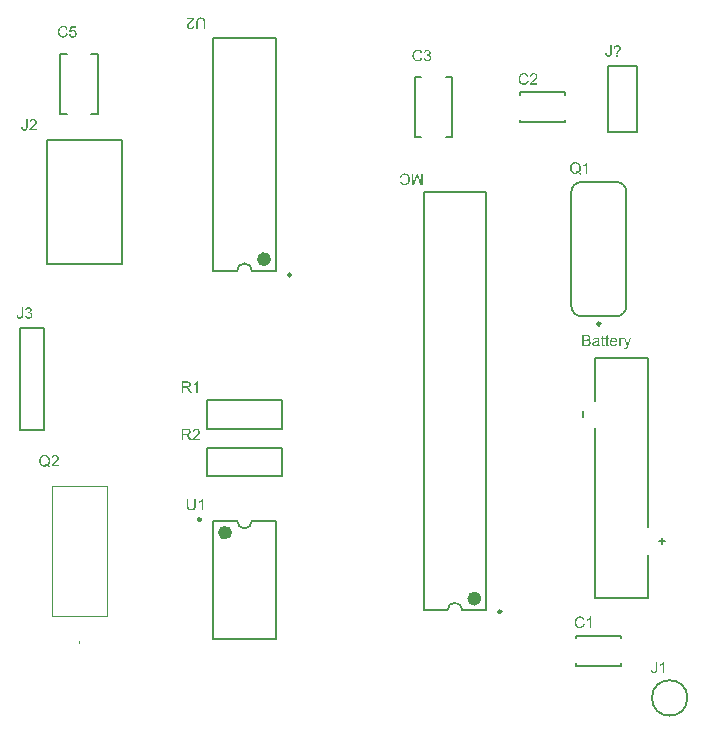
<source format=gto>
G04*
G04 #@! TF.GenerationSoftware,Altium Limited,Altium Designer,22.8.2 (66)*
G04*
G04 Layer_Color=65535*
%FSLAX25Y25*%
%MOIN*%
G70*
G04*
G04 #@! TF.SameCoordinates,1DA06848-B02D-40B0-91E6-948BEBB4C5FF*
G04*
G04*
G04 #@! TF.FilePolarity,Positive*
G04*
G01*
G75*
%ADD10C,0.00591*%
%ADD11C,0.02362*%
%ADD12C,0.00984*%
%ADD13C,0.00787*%
%ADD14C,0.00394*%
G36*
X455046Y445938D02*
X455095Y445933D01*
X455144Y445927D01*
X455210Y445917D01*
X455275Y445906D01*
X455412Y445867D01*
X455559Y445813D01*
X455635Y445780D01*
X455707Y445742D01*
X455772Y445693D01*
X455838Y445638D01*
X455843Y445633D01*
X455854Y445627D01*
X455870Y445605D01*
X455892Y445583D01*
X455914Y445556D01*
X455941Y445518D01*
X455974Y445480D01*
X456007Y445436D01*
X456067Y445327D01*
X456121Y445201D01*
X456138Y445136D01*
X456154Y445059D01*
X456165Y444988D01*
X456171Y444906D01*
Y444896D01*
Y444863D01*
X456165Y444819D01*
X456154Y444759D01*
X456143Y444688D01*
X456121Y444612D01*
X456089Y444530D01*
X456050Y444448D01*
X456045Y444437D01*
X456029Y444410D01*
X455996Y444366D01*
X455952Y444306D01*
X455892Y444235D01*
X455810Y444147D01*
X455712Y444049D01*
X455597Y443946D01*
X455586Y443935D01*
X455559Y443913D01*
X455521Y443875D01*
X455472Y443831D01*
X455423Y443782D01*
X455373Y443733D01*
X455330Y443689D01*
X455297Y443645D01*
Y443640D01*
X455286Y443629D01*
X455275Y443607D01*
X455259Y443585D01*
X455242Y443552D01*
X455226Y443514D01*
X455193Y443427D01*
Y443421D01*
X455188Y443405D01*
X455182Y443372D01*
X455177Y443334D01*
X455171Y443279D01*
X455166Y443208D01*
X455161Y443126D01*
Y443034D01*
X454713D01*
Y443039D01*
Y443050D01*
Y443083D01*
X454707Y443126D01*
Y443170D01*
Y443176D01*
Y443181D01*
Y443214D01*
X454713Y443268D01*
X454718Y443334D01*
X454724Y443405D01*
X454740Y443481D01*
X454756Y443563D01*
X454784Y443640D01*
X454789Y443645D01*
X454795Y443667D01*
X454811Y443694D01*
X454827Y443733D01*
X454855Y443776D01*
X454887Y443831D01*
X454926Y443885D01*
X454969Y443940D01*
X454975Y443946D01*
X454986Y443962D01*
X455013Y443984D01*
X455046Y444022D01*
X455090Y444066D01*
X455150Y444120D01*
X455221Y444186D01*
X455302Y444262D01*
X455308D01*
X455313Y444273D01*
X455341Y444295D01*
X455384Y444339D01*
X455434Y444382D01*
X455488Y444437D01*
X455537Y444497D01*
X455586Y444552D01*
X455619Y444601D01*
X455625Y444606D01*
X455630Y444623D01*
X455641Y444650D01*
X455657Y444683D01*
X455674Y444726D01*
X455685Y444770D01*
X455690Y444825D01*
X455696Y444879D01*
Y444885D01*
Y444890D01*
X455690Y444923D01*
X455685Y444977D01*
X455668Y445038D01*
X455647Y445114D01*
X455608Y445190D01*
X455554Y445272D01*
X455483Y445354D01*
X455472Y445365D01*
X455444Y445387D01*
X455401Y445420D01*
X455341Y445458D01*
X455264Y445496D01*
X455177Y445529D01*
X455073Y445551D01*
X454964Y445562D01*
X454937D01*
X454915Y445556D01*
X454860Y445551D01*
X454789Y445540D01*
X454713Y445512D01*
X454631Y445480D01*
X454549Y445436D01*
X454467Y445370D01*
X454456Y445360D01*
X454434Y445338D01*
X454402Y445289D01*
X454363Y445229D01*
X454320Y445147D01*
X454276Y445048D01*
X454238Y444928D01*
X454211Y444792D01*
X453735Y444852D01*
Y444857D01*
X453741Y444874D01*
Y444901D01*
X453752Y444939D01*
X453757Y444983D01*
X453774Y445032D01*
X453785Y445087D01*
X453806Y445152D01*
X453856Y445278D01*
X453921Y445414D01*
X454003Y445545D01*
X454058Y445605D01*
X454112Y445660D01*
X454118Y445665D01*
X454129Y445671D01*
X454145Y445687D01*
X454172Y445704D01*
X454205Y445725D01*
X454243Y445747D01*
X454287Y445775D01*
X454336Y445802D01*
X454396Y445829D01*
X454462Y445857D01*
X454527Y445878D01*
X454604Y445900D01*
X454767Y445933D01*
X454860Y445938D01*
X454953Y445944D01*
X455008D01*
X455046Y445938D01*
D02*
G37*
G36*
X453091Y443301D02*
Y443296D01*
Y443279D01*
Y443258D01*
Y443225D01*
X453086Y443181D01*
Y443137D01*
X453075Y443034D01*
X453064Y442913D01*
X453042Y442788D01*
X453009Y442673D01*
X452971Y442564D01*
Y442559D01*
X452966Y442553D01*
X452949Y442520D01*
X452922Y442477D01*
X452884Y442417D01*
X452829Y442357D01*
X452769Y442291D01*
X452693Y442226D01*
X452605Y442171D01*
X452594Y442166D01*
X452562Y442149D01*
X452512Y442127D01*
X452441Y442105D01*
X452354Y442078D01*
X452256Y442056D01*
X452147Y442040D01*
X452027Y442034D01*
X451977D01*
X451945Y442040D01*
X451901Y442045D01*
X451857Y442051D01*
X451743Y442073D01*
X451622Y442105D01*
X451497Y442155D01*
X451431Y442187D01*
X451371Y442226D01*
X451317Y442269D01*
X451262Y442318D01*
X451257Y442324D01*
X451251Y442329D01*
X451240Y442351D01*
X451224Y442373D01*
X451202Y442400D01*
X451180Y442439D01*
X451158Y442482D01*
X451131Y442531D01*
X451109Y442586D01*
X451087Y442652D01*
X451065Y442717D01*
X451044Y442793D01*
X451033Y442875D01*
X451016Y442968D01*
X451011Y443061D01*
Y443165D01*
X451464Y443230D01*
Y443225D01*
Y443214D01*
Y443192D01*
X451470Y443159D01*
X451475Y443126D01*
Y443088D01*
X451491Y442995D01*
X451508Y442897D01*
X451541Y442799D01*
X451573Y442711D01*
X451595Y442673D01*
X451622Y442640D01*
X451628Y442635D01*
X451650Y442619D01*
X451683Y442591D01*
X451726Y442564D01*
X451786Y442531D01*
X451852Y442510D01*
X451934Y442488D01*
X452021Y442482D01*
X452054D01*
X452086Y442488D01*
X452136Y442493D01*
X452185Y442504D01*
X452239Y442515D01*
X452294Y442537D01*
X452349Y442564D01*
X452354Y442570D01*
X452371Y442581D01*
X452392Y442602D01*
X452425Y442624D01*
X452452Y442662D01*
X452485Y442701D01*
X452512Y442744D01*
X452534Y442799D01*
Y442804D01*
X452545Y442826D01*
X452551Y442864D01*
X452562Y442913D01*
X452572Y442979D01*
X452578Y443061D01*
X452589Y443159D01*
Y443274D01*
Y445878D01*
X453091D01*
Y443301D01*
D02*
G37*
G36*
X455161Y442100D02*
X454631D01*
Y442630D01*
X455161D01*
Y442100D01*
D02*
G37*
G36*
X468291Y237801D02*
Y237796D01*
Y237779D01*
Y237757D01*
Y237725D01*
X468286Y237681D01*
Y237637D01*
X468275Y237534D01*
X468264Y237414D01*
X468242Y237288D01*
X468209Y237173D01*
X468171Y237064D01*
Y237059D01*
X468166Y237053D01*
X468149Y237020D01*
X468122Y236977D01*
X468084Y236917D01*
X468029Y236857D01*
X467969Y236791D01*
X467893Y236726D01*
X467805Y236671D01*
X467794Y236666D01*
X467762Y236649D01*
X467712Y236627D01*
X467641Y236606D01*
X467554Y236578D01*
X467456Y236556D01*
X467347Y236540D01*
X467227Y236535D01*
X467177D01*
X467145Y236540D01*
X467101Y236545D01*
X467057Y236551D01*
X466943Y236573D01*
X466822Y236606D01*
X466697Y236655D01*
X466631Y236687D01*
X466571Y236726D01*
X466517Y236769D01*
X466462Y236818D01*
X466457Y236824D01*
X466451Y236829D01*
X466440Y236851D01*
X466424Y236873D01*
X466402Y236900D01*
X466380Y236939D01*
X466358Y236982D01*
X466331Y237031D01*
X466309Y237086D01*
X466287Y237152D01*
X466265Y237217D01*
X466244Y237293D01*
X466233Y237375D01*
X466216Y237468D01*
X466211Y237561D01*
Y237665D01*
X466664Y237730D01*
Y237725D01*
Y237714D01*
Y237692D01*
X466670Y237659D01*
X466675Y237627D01*
Y237588D01*
X466691Y237495D01*
X466708Y237397D01*
X466741Y237299D01*
X466773Y237211D01*
X466795Y237173D01*
X466822Y237140D01*
X466828Y237135D01*
X466850Y237119D01*
X466883Y237091D01*
X466926Y237064D01*
X466986Y237031D01*
X467052Y237010D01*
X467134Y236988D01*
X467221Y236982D01*
X467254D01*
X467286Y236988D01*
X467336Y236993D01*
X467385Y237004D01*
X467439Y237015D01*
X467494Y237037D01*
X467549Y237064D01*
X467554Y237070D01*
X467570Y237081D01*
X467592Y237102D01*
X467625Y237124D01*
X467652Y237162D01*
X467685Y237201D01*
X467712Y237244D01*
X467734Y237299D01*
Y237304D01*
X467745Y237326D01*
X467751Y237364D01*
X467762Y237414D01*
X467772Y237479D01*
X467778Y237561D01*
X467789Y237659D01*
Y237774D01*
Y240378D01*
X468291D01*
Y237801D01*
D02*
G37*
G36*
X470666Y236600D02*
X470202D01*
Y239554D01*
X470197Y239548D01*
X470169Y239527D01*
X470137Y239494D01*
X470082Y239456D01*
X470022Y239406D01*
X469946Y239352D01*
X469858Y239292D01*
X469760Y239232D01*
X469755D01*
X469749Y239226D01*
X469716Y239204D01*
X469662Y239177D01*
X469596Y239144D01*
X469520Y239106D01*
X469438Y239068D01*
X469356Y239030D01*
X469274Y238997D01*
Y239445D01*
X469279D01*
X469290Y239456D01*
X469312Y239461D01*
X469340Y239477D01*
X469372Y239494D01*
X469411Y239516D01*
X469503Y239570D01*
X469613Y239630D01*
X469722Y239707D01*
X469836Y239794D01*
X469951Y239887D01*
X469956Y239892D01*
X469962Y239898D01*
X469978Y239914D01*
X470000Y239931D01*
X470049Y239985D01*
X470115Y240051D01*
X470180Y240127D01*
X470251Y240214D01*
X470311Y240302D01*
X470366Y240395D01*
X470666D01*
Y236600D01*
D02*
G37*
G36*
X316197Y455160D02*
X316241D01*
X316295Y455155D01*
X316355Y455149D01*
X316415Y455144D01*
X316552Y455122D01*
X316699Y455089D01*
X316841Y455045D01*
X316978Y454985D01*
X316983D01*
X316994Y454974D01*
X317010Y454963D01*
X317032Y454953D01*
X317092Y454909D01*
X317163Y454849D01*
X317245Y454772D01*
X317321Y454685D01*
X317398Y454576D01*
X317458Y454456D01*
Y454450D01*
X317463Y454439D01*
X317469Y454418D01*
X317480Y454390D01*
X317491Y454357D01*
X317502Y454314D01*
X317518Y454265D01*
X317529Y454205D01*
X317540Y454139D01*
X317556Y454068D01*
X317567Y453992D01*
X317578Y453910D01*
X317589Y453817D01*
X317595Y453719D01*
X317600Y453615D01*
Y453506D01*
Y451322D01*
X317098D01*
Y453506D01*
Y453511D01*
Y453527D01*
Y453555D01*
Y453588D01*
X317092Y453626D01*
Y453675D01*
X317087Y453779D01*
X317076Y453899D01*
X317059Y454019D01*
X317038Y454134D01*
X317027Y454183D01*
X317010Y454232D01*
X317005Y454243D01*
X316994Y454270D01*
X316967Y454308D01*
X316934Y454363D01*
X316896Y454418D01*
X316841Y454478D01*
X316775Y454538D01*
X316699Y454587D01*
X316688Y454592D01*
X316661Y454609D01*
X316612Y454625D01*
X316546Y454647D01*
X316470Y454674D01*
X316371Y454691D01*
X316268Y454707D01*
X316153Y454712D01*
X316098D01*
X316066Y454707D01*
X316017D01*
X315967Y454701D01*
X315847Y454680D01*
X315716Y454652D01*
X315591Y454609D01*
X315471Y454549D01*
X315416Y454510D01*
X315367Y454467D01*
X315361Y454461D01*
X315356Y454456D01*
X315345Y454439D01*
X315329Y454418D01*
X315312Y454385D01*
X315290Y454352D01*
X315269Y454303D01*
X315247Y454254D01*
X315225Y454194D01*
X315209Y454123D01*
X315187Y454041D01*
X315170Y453953D01*
X315154Y453855D01*
X315143Y453751D01*
X315132Y453631D01*
Y453506D01*
Y451322D01*
X314630D01*
Y453506D01*
Y453511D01*
Y453533D01*
Y453560D01*
Y453598D01*
X314635Y453648D01*
Y453702D01*
X314641Y453768D01*
X314646Y453833D01*
X314663Y453981D01*
X314684Y454134D01*
X314717Y454281D01*
X314739Y454352D01*
X314761Y454418D01*
Y454423D01*
X314766Y454434D01*
X314777Y454450D01*
X314788Y454472D01*
X314821Y454532D01*
X314870Y454609D01*
X314935Y454696D01*
X315012Y454783D01*
X315110Y454876D01*
X315230Y454958D01*
X315236D01*
X315247Y454969D01*
X315263Y454974D01*
X315290Y454991D01*
X315323Y455007D01*
X315367Y455024D01*
X315410Y455040D01*
X315465Y455062D01*
X315525Y455084D01*
X315591Y455100D01*
X315662Y455116D01*
X315744Y455133D01*
X315826Y455144D01*
X315913Y455155D01*
X316109Y455165D01*
X316159D01*
X316197Y455160D01*
D02*
G37*
G36*
X314051Y455095D02*
Y455073D01*
Y455040D01*
X314046Y454996D01*
X314040Y454947D01*
X314029Y454892D01*
X314018Y454838D01*
X313996Y454778D01*
Y454772D01*
X313991Y454767D01*
X313980Y454734D01*
X313958Y454685D01*
X313925Y454620D01*
X313882Y454543D01*
X313827Y454456D01*
X313767Y454368D01*
X313691Y454276D01*
Y454270D01*
X313680Y454265D01*
X313652Y454232D01*
X313603Y454183D01*
X313532Y454112D01*
X313450Y454030D01*
X313347Y453932D01*
X313221Y453822D01*
X313085Y453708D01*
X313079Y453702D01*
X313057Y453686D01*
X313024Y453659D01*
X312986Y453626D01*
X312937Y453582D01*
X312877Y453533D01*
X312817Y453478D01*
X312746Y453418D01*
X312610Y453287D01*
X312473Y453156D01*
X312407Y453091D01*
X312348Y453025D01*
X312293Y452965D01*
X312249Y452905D01*
Y452900D01*
X312238Y452894D01*
X312227Y452878D01*
X312216Y452856D01*
X312178Y452796D01*
X312135Y452725D01*
X312096Y452638D01*
X312058Y452545D01*
X312036Y452441D01*
X312025Y452343D01*
Y452337D01*
Y452332D01*
X312031Y452299D01*
X312036Y452244D01*
X312053Y452184D01*
X312074Y452108D01*
X312113Y452032D01*
X312162Y451955D01*
X312227Y451879D01*
X312238Y451868D01*
X312266Y451846D01*
X312304Y451819D01*
X312364Y451780D01*
X312440Y451748D01*
X312528Y451715D01*
X312631Y451693D01*
X312746Y451687D01*
X312779D01*
X312801Y451693D01*
X312866Y451698D01*
X312943Y451715D01*
X313024Y451737D01*
X313117Y451775D01*
X313205Y451824D01*
X313287Y451890D01*
X313298Y451900D01*
X313319Y451928D01*
X313352Y451971D01*
X313385Y452037D01*
X313423Y452113D01*
X313456Y452212D01*
X313478Y452321D01*
X313489Y452447D01*
X313964Y452397D01*
Y452392D01*
X313958Y452376D01*
Y452348D01*
X313953Y452310D01*
X313942Y452266D01*
X313931Y452217D01*
X313914Y452157D01*
X313898Y452097D01*
X313854Y451966D01*
X313789Y451835D01*
X313751Y451769D01*
X313702Y451704D01*
X313652Y451644D01*
X313598Y451589D01*
X313592Y451584D01*
X313581Y451578D01*
X313565Y451562D01*
X313538Y451546D01*
X313505Y451524D01*
X313467Y451502D01*
X313423Y451475D01*
X313369Y451447D01*
X313308Y451420D01*
X313243Y451393D01*
X313172Y451371D01*
X313095Y451349D01*
X313014Y451333D01*
X312926Y451316D01*
X312833Y451311D01*
X312735Y451305D01*
X312681D01*
X312642Y451311D01*
X312599Y451316D01*
X312544Y451322D01*
X312484Y451333D01*
X312424Y451343D01*
X312282Y451382D01*
X312140Y451436D01*
X312069Y451469D01*
X311998Y451507D01*
X311932Y451556D01*
X311873Y451611D01*
X311867Y451616D01*
X311856Y451622D01*
X311845Y451644D01*
X311823Y451666D01*
X311796Y451693D01*
X311769Y451731D01*
X311741Y451769D01*
X311709Y451819D01*
X311654Y451922D01*
X311599Y452053D01*
X311578Y452119D01*
X311567Y452195D01*
X311556Y452272D01*
X311550Y452354D01*
Y452365D01*
Y452392D01*
X311556Y452435D01*
X311561Y452496D01*
X311572Y452561D01*
X311594Y452638D01*
X311616Y452719D01*
X311649Y452801D01*
X311654Y452812D01*
X311665Y452840D01*
X311687Y452883D01*
X311720Y452943D01*
X311763Y453009D01*
X311818Y453091D01*
X311883Y453173D01*
X311960Y453265D01*
X311971Y453276D01*
X311998Y453309D01*
X312025Y453336D01*
X312053Y453364D01*
X312085Y453397D01*
X312129Y453440D01*
X312173Y453484D01*
X312227Y453533D01*
X312282Y453588D01*
X312348Y453648D01*
X312419Y453708D01*
X312495Y453779D01*
X312582Y453850D01*
X312670Y453926D01*
X312675Y453932D01*
X312686Y453942D01*
X312708Y453959D01*
X312735Y453981D01*
X312768Y454013D01*
X312806Y454046D01*
X312894Y454117D01*
X312986Y454199D01*
X313074Y454281D01*
X313150Y454352D01*
X313183Y454379D01*
X313210Y454407D01*
X313216Y454412D01*
X313232Y454428D01*
X313254Y454450D01*
X313281Y454483D01*
X313308Y454521D01*
X313341Y454560D01*
X313407Y454652D01*
X311545D01*
Y455100D01*
X314051D01*
Y455095D01*
D02*
G37*
G36*
X314470Y292494D02*
Y292489D01*
Y292467D01*
Y292440D01*
Y292402D01*
X314465Y292352D01*
Y292298D01*
X314459Y292232D01*
X314454Y292167D01*
X314438Y292019D01*
X314416Y291866D01*
X314383Y291719D01*
X314361Y291648D01*
X314339Y291582D01*
Y291577D01*
X314334Y291566D01*
X314323Y291550D01*
X314312Y291528D01*
X314279Y291468D01*
X314230Y291391D01*
X314164Y291304D01*
X314088Y291217D01*
X313990Y291124D01*
X313870Y291042D01*
X313864D01*
X313853Y291031D01*
X313837Y291026D01*
X313810Y291009D01*
X313777Y290993D01*
X313733Y290976D01*
X313689Y290960D01*
X313635Y290938D01*
X313575Y290916D01*
X313509Y290900D01*
X313438Y290884D01*
X313356Y290867D01*
X313275Y290856D01*
X313187Y290845D01*
X312991Y290834D01*
X312941D01*
X312903Y290840D01*
X312860D01*
X312805Y290845D01*
X312745Y290851D01*
X312685Y290856D01*
X312548Y290878D01*
X312401Y290911D01*
X312259Y290955D01*
X312122Y291015D01*
X312117D01*
X312106Y291026D01*
X312090Y291037D01*
X312068Y291047D01*
X312008Y291091D01*
X311937Y291151D01*
X311855Y291228D01*
X311778Y291315D01*
X311702Y291424D01*
X311642Y291544D01*
Y291550D01*
X311636Y291561D01*
X311631Y291582D01*
X311620Y291610D01*
X311609Y291643D01*
X311598Y291686D01*
X311582Y291735D01*
X311571Y291795D01*
X311560Y291861D01*
X311544Y291932D01*
X311533Y292008D01*
X311522Y292090D01*
X311511Y292183D01*
X311506Y292281D01*
X311500Y292385D01*
Y292494D01*
Y294678D01*
X312002D01*
Y292494D01*
Y292489D01*
Y292473D01*
Y292445D01*
Y292412D01*
X312008Y292374D01*
Y292325D01*
X312013Y292221D01*
X312024Y292101D01*
X312040Y291981D01*
X312062Y291866D01*
X312073Y291817D01*
X312090Y291768D01*
X312095Y291757D01*
X312106Y291730D01*
X312133Y291692D01*
X312166Y291637D01*
X312204Y291582D01*
X312259Y291522D01*
X312325Y291462D01*
X312401Y291413D01*
X312412Y291408D01*
X312439Y291391D01*
X312488Y291375D01*
X312554Y291353D01*
X312630Y291326D01*
X312729Y291309D01*
X312832Y291293D01*
X312947Y291288D01*
X313001D01*
X313034Y291293D01*
X313083D01*
X313133Y291299D01*
X313253Y291320D01*
X313384Y291348D01*
X313509Y291391D01*
X313629Y291452D01*
X313684Y291490D01*
X313733Y291533D01*
X313739Y291539D01*
X313744Y291544D01*
X313755Y291561D01*
X313771Y291582D01*
X313788Y291615D01*
X313810Y291648D01*
X313831Y291697D01*
X313853Y291746D01*
X313875Y291806D01*
X313892Y291877D01*
X313913Y291959D01*
X313930Y292047D01*
X313946Y292145D01*
X313957Y292249D01*
X313968Y292369D01*
Y292494D01*
Y294678D01*
X314470D01*
Y292494D01*
D02*
G37*
G36*
X316862Y290900D02*
X316398D01*
Y293854D01*
X316392Y293848D01*
X316365Y293827D01*
X316332Y293794D01*
X316278Y293756D01*
X316217Y293706D01*
X316141Y293652D01*
X316054Y293592D01*
X315955Y293532D01*
X315950D01*
X315944Y293526D01*
X315912Y293504D01*
X315857Y293477D01*
X315792Y293444D01*
X315715Y293406D01*
X315633Y293368D01*
X315551Y293330D01*
X315469Y293297D01*
Y293745D01*
X315475D01*
X315486Y293756D01*
X315508Y293761D01*
X315535Y293777D01*
X315568Y293794D01*
X315606Y293816D01*
X315699Y293870D01*
X315808Y293930D01*
X315917Y294007D01*
X316032Y294094D01*
X316146Y294187D01*
X316152Y294192D01*
X316157Y294198D01*
X316174Y294214D01*
X316196Y294231D01*
X316245Y294285D01*
X316310Y294351D01*
X316376Y294427D01*
X316447Y294514D01*
X316507Y294602D01*
X316561Y294695D01*
X316862D01*
Y290900D01*
D02*
G37*
G36*
X314758Y318089D02*
X314801Y318084D01*
X314856Y318078D01*
X314916Y318067D01*
X314976Y318057D01*
X315118Y318018D01*
X315260Y317964D01*
X315331Y317931D01*
X315402Y317893D01*
X315468Y317844D01*
X315528Y317789D01*
X315533Y317783D01*
X315544Y317778D01*
X315555Y317756D01*
X315577Y317734D01*
X315604Y317707D01*
X315631Y317669D01*
X315659Y317631D01*
X315691Y317582D01*
X315746Y317478D01*
X315800Y317347D01*
X315822Y317281D01*
X315833Y317205D01*
X315844Y317128D01*
X315850Y317046D01*
Y317036D01*
Y317008D01*
X315844Y316965D01*
X315839Y316904D01*
X315828Y316839D01*
X315806Y316762D01*
X315784Y316681D01*
X315751Y316599D01*
X315746Y316588D01*
X315735Y316560D01*
X315713Y316517D01*
X315680Y316457D01*
X315637Y316391D01*
X315582Y316309D01*
X315517Y316227D01*
X315440Y316135D01*
X315429Y316124D01*
X315402Y316091D01*
X315375Y316064D01*
X315347Y316036D01*
X315315Y316003D01*
X315271Y315960D01*
X315227Y315916D01*
X315173Y315867D01*
X315118Y315812D01*
X315053Y315752D01*
X314982Y315692D01*
X314905Y315621D01*
X314818Y315550D01*
X314730Y315474D01*
X314725Y315468D01*
X314714Y315458D01*
X314692Y315441D01*
X314665Y315419D01*
X314632Y315387D01*
X314594Y315354D01*
X314507Y315283D01*
X314414Y315201D01*
X314326Y315119D01*
X314250Y315048D01*
X314217Y315021D01*
X314190Y314993D01*
X314184Y314988D01*
X314168Y314972D01*
X314146Y314950D01*
X314119Y314917D01*
X314092Y314879D01*
X314059Y314841D01*
X313993Y314748D01*
X315855D01*
Y314300D01*
X313349D01*
Y314305D01*
Y314327D01*
Y314360D01*
X313354Y314404D01*
X313360Y314453D01*
X313371Y314508D01*
X313382Y314562D01*
X313404Y314622D01*
Y314628D01*
X313409Y314633D01*
X313420Y314666D01*
X313442Y314715D01*
X313475Y314780D01*
X313518Y314857D01*
X313573Y314944D01*
X313633Y315032D01*
X313709Y315125D01*
Y315130D01*
X313720Y315135D01*
X313748Y315168D01*
X313797Y315217D01*
X313868Y315288D01*
X313950Y315370D01*
X314053Y315468D01*
X314179Y315578D01*
X314315Y315692D01*
X314321Y315698D01*
X314343Y315714D01*
X314375Y315741D01*
X314414Y315774D01*
X314463Y315818D01*
X314523Y315867D01*
X314583Y315922D01*
X314654Y315982D01*
X314790Y316113D01*
X314927Y316244D01*
X314992Y316309D01*
X315053Y316375D01*
X315107Y316435D01*
X315151Y316495D01*
Y316500D01*
X315162Y316506D01*
X315173Y316522D01*
X315184Y316544D01*
X315222Y316604D01*
X315265Y316675D01*
X315304Y316762D01*
X315342Y316855D01*
X315364Y316959D01*
X315375Y317057D01*
Y317063D01*
Y317068D01*
X315369Y317101D01*
X315364Y317156D01*
X315347Y317216D01*
X315325Y317292D01*
X315287Y317369D01*
X315238Y317445D01*
X315173Y317521D01*
X315162Y317532D01*
X315134Y317554D01*
X315096Y317582D01*
X315036Y317620D01*
X314960Y317652D01*
X314872Y317685D01*
X314769Y317707D01*
X314654Y317712D01*
X314621D01*
X314599Y317707D01*
X314534Y317702D01*
X314457Y317685D01*
X314375Y317663D01*
X314283Y317625D01*
X314195Y317576D01*
X314113Y317511D01*
X314103Y317500D01*
X314081Y317472D01*
X314048Y317429D01*
X314015Y317363D01*
X313977Y317287D01*
X313944Y317188D01*
X313922Y317079D01*
X313911Y316954D01*
X313436Y317003D01*
Y317008D01*
X313442Y317024D01*
Y317052D01*
X313447Y317090D01*
X313458Y317134D01*
X313469Y317183D01*
X313486Y317243D01*
X313502Y317303D01*
X313546Y317434D01*
X313611Y317565D01*
X313649Y317631D01*
X313698Y317696D01*
X313748Y317756D01*
X313802Y317811D01*
X313808Y317816D01*
X313819Y317822D01*
X313835Y317838D01*
X313862Y317854D01*
X313895Y317876D01*
X313933Y317898D01*
X313977Y317925D01*
X314032Y317953D01*
X314092Y317980D01*
X314157Y318007D01*
X314228Y318029D01*
X314304Y318051D01*
X314386Y318067D01*
X314474Y318084D01*
X314567Y318089D01*
X314665Y318095D01*
X314720D01*
X314758Y318089D01*
D02*
G37*
G36*
X311596Y318073D02*
X311646D01*
X311760Y318067D01*
X311880Y318051D01*
X312011Y318035D01*
X312131Y318007D01*
X312192Y317991D01*
X312241Y317975D01*
X312246D01*
X312251Y317969D01*
X312284Y317953D01*
X312333Y317931D01*
X312393Y317893D01*
X312459Y317844D01*
X312530Y317778D01*
X312596Y317702D01*
X312661Y317614D01*
Y317609D01*
X312667Y317603D01*
X312688Y317570D01*
X312710Y317516D01*
X312743Y317445D01*
X312770Y317363D01*
X312797Y317265D01*
X312814Y317161D01*
X312819Y317046D01*
Y317041D01*
Y317030D01*
Y317008D01*
X312814Y316981D01*
Y316943D01*
X312808Y316904D01*
X312787Y316812D01*
X312754Y316702D01*
X312710Y316588D01*
X312645Y316473D01*
X312601Y316419D01*
X312557Y316364D01*
X312552Y316358D01*
X312546Y316353D01*
X312530Y316337D01*
X312508Y316320D01*
X312481Y316298D01*
X312448Y316277D01*
X312404Y316249D01*
X312361Y316216D01*
X312306Y316189D01*
X312246Y316162D01*
X312181Y316129D01*
X312110Y316102D01*
X312028Y316080D01*
X311946Y316053D01*
X311853Y316036D01*
X311755Y316020D01*
X311766Y316014D01*
X311787Y316003D01*
X311820Y315982D01*
X311864Y315960D01*
X311962Y315900D01*
X312011Y315862D01*
X312055Y315829D01*
X312066Y315818D01*
X312093Y315791D01*
X312137Y315747D01*
X312192Y315692D01*
X312251Y315616D01*
X312322Y315534D01*
X312393Y315436D01*
X312470Y315326D01*
X313120Y314300D01*
X312497D01*
X312000Y315086D01*
Y315092D01*
X311989Y315103D01*
X311979Y315119D01*
X311962Y315141D01*
X311924Y315201D01*
X311875Y315277D01*
X311815Y315359D01*
X311755Y315447D01*
X311695Y315528D01*
X311640Y315605D01*
X311635Y315610D01*
X311618Y315632D01*
X311591Y315665D01*
X311553Y315703D01*
X311471Y315785D01*
X311427Y315823D01*
X311383Y315856D01*
X311378Y315862D01*
X311367Y315867D01*
X311345Y315878D01*
X311312Y315894D01*
X311280Y315911D01*
X311241Y315927D01*
X311154Y315954D01*
X311149D01*
X311138Y315960D01*
X311116D01*
X311089Y315965D01*
X311050Y315971D01*
X311007D01*
X310947Y315976D01*
X310302D01*
Y314300D01*
X309800D01*
Y318078D01*
X311553D01*
X311596Y318073D01*
D02*
G37*
G36*
X315162Y330100D02*
X314698D01*
Y333054D01*
X314692Y333048D01*
X314665Y333027D01*
X314632Y332994D01*
X314578Y332956D01*
X314517Y332906D01*
X314441Y332852D01*
X314354Y332792D01*
X314255Y332732D01*
X314250D01*
X314244Y332726D01*
X314212Y332704D01*
X314157Y332677D01*
X314092Y332644D01*
X314015Y332606D01*
X313933Y332568D01*
X313851Y332530D01*
X313769Y332497D01*
Y332945D01*
X313775D01*
X313786Y332956D01*
X313808Y332961D01*
X313835Y332977D01*
X313868Y332994D01*
X313906Y333016D01*
X313999Y333070D01*
X314108Y333130D01*
X314217Y333207D01*
X314332Y333294D01*
X314446Y333387D01*
X314452Y333392D01*
X314457Y333398D01*
X314474Y333414D01*
X314496Y333431D01*
X314545Y333485D01*
X314610Y333551D01*
X314676Y333627D01*
X314747Y333715D01*
X314807Y333802D01*
X314861Y333895D01*
X315162D01*
Y330100D01*
D02*
G37*
G36*
X311596Y333873D02*
X311646D01*
X311760Y333867D01*
X311880Y333851D01*
X312011Y333835D01*
X312131Y333807D01*
X312192Y333791D01*
X312241Y333775D01*
X312246D01*
X312251Y333769D01*
X312284Y333753D01*
X312333Y333731D01*
X312393Y333693D01*
X312459Y333644D01*
X312530Y333578D01*
X312596Y333502D01*
X312661Y333414D01*
Y333409D01*
X312667Y333403D01*
X312688Y333370D01*
X312710Y333316D01*
X312743Y333245D01*
X312770Y333163D01*
X312797Y333065D01*
X312814Y332961D01*
X312819Y332846D01*
Y332841D01*
Y332830D01*
Y332808D01*
X312814Y332781D01*
Y332743D01*
X312808Y332704D01*
X312787Y332612D01*
X312754Y332502D01*
X312710Y332388D01*
X312645Y332273D01*
X312601Y332219D01*
X312557Y332164D01*
X312552Y332158D01*
X312546Y332153D01*
X312530Y332137D01*
X312508Y332120D01*
X312481Y332098D01*
X312448Y332077D01*
X312404Y332049D01*
X312361Y332016D01*
X312306Y331989D01*
X312246Y331962D01*
X312181Y331929D01*
X312110Y331902D01*
X312028Y331880D01*
X311946Y331853D01*
X311853Y331836D01*
X311755Y331820D01*
X311766Y331814D01*
X311787Y331803D01*
X311820Y331782D01*
X311864Y331760D01*
X311962Y331700D01*
X312011Y331662D01*
X312055Y331629D01*
X312066Y331618D01*
X312093Y331591D01*
X312137Y331547D01*
X312192Y331492D01*
X312251Y331416D01*
X312322Y331334D01*
X312393Y331236D01*
X312470Y331126D01*
X313120Y330100D01*
X312497D01*
X312000Y330886D01*
Y330892D01*
X311989Y330903D01*
X311979Y330919D01*
X311962Y330941D01*
X311924Y331001D01*
X311875Y331077D01*
X311815Y331159D01*
X311755Y331247D01*
X311695Y331329D01*
X311640Y331405D01*
X311635Y331410D01*
X311618Y331432D01*
X311591Y331465D01*
X311553Y331503D01*
X311471Y331585D01*
X311427Y331623D01*
X311383Y331656D01*
X311378Y331662D01*
X311367Y331667D01*
X311345Y331678D01*
X311312Y331694D01*
X311280Y331711D01*
X311241Y331727D01*
X311154Y331754D01*
X311149D01*
X311138Y331760D01*
X311116D01*
X311089Y331765D01*
X311050Y331771D01*
X311007D01*
X310947Y331776D01*
X310302D01*
Y330100D01*
X309800D01*
Y333878D01*
X311553D01*
X311596Y333873D01*
D02*
G37*
G36*
X267738Y309289D02*
X267782Y309284D01*
X267836Y309278D01*
X267897Y309267D01*
X267957Y309257D01*
X268098Y309218D01*
X268240Y309164D01*
X268312Y309131D01*
X268382Y309093D01*
X268448Y309044D01*
X268508Y308989D01*
X268513Y308983D01*
X268524Y308978D01*
X268535Y308956D01*
X268557Y308934D01*
X268584Y308907D01*
X268612Y308869D01*
X268639Y308831D01*
X268672Y308782D01*
X268726Y308678D01*
X268781Y308547D01*
X268803Y308481D01*
X268814Y308405D01*
X268825Y308328D01*
X268830Y308246D01*
Y308236D01*
Y308208D01*
X268825Y308165D01*
X268819Y308104D01*
X268808Y308039D01*
X268787Y307962D01*
X268765Y307881D01*
X268732Y307799D01*
X268726Y307788D01*
X268716Y307760D01*
X268694Y307717D01*
X268661Y307657D01*
X268617Y307591D01*
X268563Y307509D01*
X268497Y307427D01*
X268421Y307335D01*
X268410Y307324D01*
X268382Y307291D01*
X268355Y307264D01*
X268328Y307236D01*
X268295Y307204D01*
X268251Y307160D01*
X268208Y307116D01*
X268153Y307067D01*
X268098Y307012D01*
X268033Y306952D01*
X267962Y306892D01*
X267886Y306821D01*
X267798Y306750D01*
X267711Y306674D01*
X267705Y306668D01*
X267694Y306658D01*
X267673Y306641D01*
X267645Y306619D01*
X267613Y306587D01*
X267574Y306554D01*
X267487Y306483D01*
X267394Y306401D01*
X267307Y306319D01*
X267230Y306248D01*
X267198Y306221D01*
X267170Y306193D01*
X267165Y306188D01*
X267148Y306172D01*
X267127Y306150D01*
X267099Y306117D01*
X267072Y306079D01*
X267039Y306041D01*
X266974Y305948D01*
X268836D01*
Y305500D01*
X266330D01*
Y305505D01*
Y305527D01*
Y305560D01*
X266335Y305604D01*
X266340Y305653D01*
X266351Y305708D01*
X266362Y305762D01*
X266384Y305822D01*
Y305828D01*
X266389Y305833D01*
X266401Y305866D01*
X266422Y305915D01*
X266455Y305980D01*
X266499Y306057D01*
X266553Y306144D01*
X266613Y306232D01*
X266690Y306325D01*
Y306330D01*
X266701Y306335D01*
X266728Y306368D01*
X266777Y306417D01*
X266848Y306488D01*
X266930Y306570D01*
X267034Y306668D01*
X267159Y306778D01*
X267296Y306892D01*
X267301Y306898D01*
X267323Y306914D01*
X267356Y306941D01*
X267394Y306974D01*
X267443Y307018D01*
X267503Y307067D01*
X267563Y307122D01*
X267634Y307182D01*
X267771Y307313D01*
X267907Y307444D01*
X267973Y307509D01*
X268033Y307575D01*
X268088Y307635D01*
X268131Y307695D01*
Y307700D01*
X268142Y307706D01*
X268153Y307722D01*
X268164Y307744D01*
X268202Y307804D01*
X268246Y307875D01*
X268284Y307962D01*
X268322Y308055D01*
X268344Y308159D01*
X268355Y308257D01*
Y308263D01*
Y308268D01*
X268350Y308301D01*
X268344Y308356D01*
X268328Y308416D01*
X268306Y308492D01*
X268268Y308569D01*
X268219Y308645D01*
X268153Y308721D01*
X268142Y308732D01*
X268115Y308754D01*
X268077Y308782D01*
X268017Y308820D01*
X267940Y308852D01*
X267853Y308885D01*
X267749Y308907D01*
X267634Y308912D01*
X267602D01*
X267580Y308907D01*
X267514Y308902D01*
X267438Y308885D01*
X267356Y308863D01*
X267263Y308825D01*
X267176Y308776D01*
X267094Y308711D01*
X267083Y308700D01*
X267061Y308672D01*
X267028Y308629D01*
X266996Y308563D01*
X266957Y308487D01*
X266925Y308388D01*
X266903Y308279D01*
X266892Y308154D01*
X266417Y308203D01*
Y308208D01*
X266422Y308225D01*
Y308252D01*
X266428Y308290D01*
X266439Y308334D01*
X266450Y308383D01*
X266466Y308443D01*
X266482Y308503D01*
X266526Y308634D01*
X266592Y308765D01*
X266630Y308831D01*
X266679Y308896D01*
X266728Y308956D01*
X266783Y309011D01*
X266788Y309016D01*
X266799Y309022D01*
X266815Y309038D01*
X266843Y309054D01*
X266876Y309076D01*
X266914Y309098D01*
X266957Y309125D01*
X267012Y309153D01*
X267072Y309180D01*
X267138Y309207D01*
X267209Y309229D01*
X267285Y309251D01*
X267367Y309267D01*
X267454Y309284D01*
X267547Y309289D01*
X267645Y309295D01*
X267700D01*
X267738Y309289D01*
D02*
G37*
G36*
X264195Y309338D02*
X264244D01*
X264293Y309333D01*
X264358Y309322D01*
X264424Y309311D01*
X264566Y309284D01*
X264730Y309240D01*
X264888Y309175D01*
X264970Y309136D01*
X265052Y309093D01*
X265057Y309087D01*
X265068Y309082D01*
X265090Y309065D01*
X265123Y309049D01*
X265156Y309022D01*
X265199Y308989D01*
X265292Y308912D01*
X265390Y308814D01*
X265500Y308694D01*
X265603Y308552D01*
X265691Y308394D01*
Y308388D01*
X265702Y308372D01*
X265712Y308350D01*
X265723Y308317D01*
X265745Y308274D01*
X265762Y308225D01*
X265784Y308165D01*
X265805Y308099D01*
X265822Y308028D01*
X265844Y307951D01*
X265865Y307870D01*
X265882Y307782D01*
X265904Y307591D01*
X265915Y307389D01*
Y307384D01*
Y307367D01*
Y307346D01*
Y307313D01*
X265909Y307269D01*
Y307220D01*
X265904Y307165D01*
X265898Y307111D01*
X265882Y306980D01*
X265855Y306838D01*
X265822Y306690D01*
X265773Y306548D01*
Y306543D01*
X265767Y306532D01*
X265756Y306510D01*
X265745Y306488D01*
X265729Y306455D01*
X265712Y306417D01*
X265669Y306330D01*
X265609Y306226D01*
X265532Y306117D01*
X265445Y306008D01*
X265347Y305899D01*
X265352D01*
X265363Y305888D01*
X265379Y305877D01*
X265407Y305860D01*
X265434Y305838D01*
X265472Y305817D01*
X265554Y305767D01*
X265652Y305708D01*
X265762Y305647D01*
X265876Y305598D01*
X265985Y305549D01*
X265838Y305205D01*
X265833D01*
X265822Y305211D01*
X265800Y305222D01*
X265767Y305233D01*
X265729Y305249D01*
X265685Y305271D01*
X265636Y305293D01*
X265581Y305320D01*
X265461Y305385D01*
X265325Y305462D01*
X265177Y305560D01*
X265024Y305669D01*
X265019D01*
X265008Y305658D01*
X264981Y305647D01*
X264954Y305631D01*
X264910Y305615D01*
X264866Y305593D01*
X264812Y305576D01*
X264752Y305555D01*
X264686Y305533D01*
X264615Y305511D01*
X264457Y305473D01*
X264282Y305445D01*
X264189Y305440D01*
X264096Y305434D01*
X264047D01*
X264009Y305440D01*
X263965D01*
X263911Y305445D01*
X263851Y305456D01*
X263785Y305467D01*
X263643Y305494D01*
X263485Y305538D01*
X263321Y305598D01*
X263245Y305637D01*
X263163Y305680D01*
X263157Y305686D01*
X263146Y305691D01*
X263124Y305708D01*
X263097Y305724D01*
X263059Y305751D01*
X263021Y305784D01*
X262928Y305860D01*
X262824Y305959D01*
X262720Y306079D01*
X262617Y306215D01*
X262524Y306374D01*
Y306379D01*
X262513Y306395D01*
X262502Y306417D01*
X262491Y306450D01*
X262475Y306494D01*
X262453Y306543D01*
X262431Y306603D01*
X262415Y306668D01*
X262393Y306739D01*
X262371Y306816D01*
X262355Y306898D01*
X262333Y306991D01*
X262311Y307182D01*
X262300Y307384D01*
Y307389D01*
Y307411D01*
Y307438D01*
X262305Y307476D01*
Y307526D01*
X262311Y307586D01*
X262316Y307651D01*
X262327Y307722D01*
X262355Y307881D01*
X262393Y308050D01*
X262447Y308230D01*
X262524Y308405D01*
X262529Y308410D01*
X262535Y308427D01*
X262546Y308448D01*
X262567Y308481D01*
X262589Y308519D01*
X262617Y308563D01*
X262693Y308667D01*
X262780Y308776D01*
X262895Y308891D01*
X263021Y309005D01*
X263168Y309104D01*
X263174Y309109D01*
X263190Y309115D01*
X263212Y309125D01*
X263245Y309142D01*
X263283Y309158D01*
X263327Y309180D01*
X263381Y309202D01*
X263441Y309224D01*
X263512Y309246D01*
X263583Y309267D01*
X263741Y309306D01*
X263916Y309333D01*
X264009Y309344D01*
X264156D01*
X264195Y309338D01*
D02*
G37*
G36*
X445042Y403100D02*
X444578D01*
Y406054D01*
X444573Y406048D01*
X444545Y406027D01*
X444513Y405994D01*
X444458Y405956D01*
X444398Y405906D01*
X444321Y405852D01*
X444234Y405792D01*
X444136Y405732D01*
X444130D01*
X444125Y405726D01*
X444092Y405704D01*
X444038Y405677D01*
X443972Y405644D01*
X443896Y405606D01*
X443814Y405568D01*
X443732Y405530D01*
X443650Y405497D01*
Y405945D01*
X443655D01*
X443666Y405956D01*
X443688Y405961D01*
X443715Y405977D01*
X443748Y405994D01*
X443786Y406016D01*
X443879Y406070D01*
X443988Y406130D01*
X444098Y406207D01*
X444212Y406294D01*
X444327Y406387D01*
X444332Y406392D01*
X444338Y406398D01*
X444354Y406414D01*
X444376Y406431D01*
X444425Y406485D01*
X444491Y406551D01*
X444556Y406627D01*
X444627Y406714D01*
X444687Y406802D01*
X444742Y406895D01*
X445042D01*
Y403100D01*
D02*
G37*
G36*
X441095Y406938D02*
X441144D01*
X441193Y406933D01*
X441258Y406922D01*
X441324Y406911D01*
X441466Y406884D01*
X441630Y406840D01*
X441788Y406775D01*
X441870Y406736D01*
X441952Y406693D01*
X441957Y406687D01*
X441968Y406682D01*
X441990Y406665D01*
X442023Y406649D01*
X442056Y406622D01*
X442099Y406589D01*
X442192Y406512D01*
X442290Y406414D01*
X442400Y406294D01*
X442503Y406152D01*
X442591Y405994D01*
Y405988D01*
X442602Y405972D01*
X442613Y405950D01*
X442623Y405917D01*
X442645Y405874D01*
X442662Y405825D01*
X442684Y405764D01*
X442705Y405699D01*
X442722Y405628D01*
X442743Y405551D01*
X442765Y405470D01*
X442782Y405382D01*
X442804Y405191D01*
X442814Y404989D01*
Y404984D01*
Y404967D01*
Y404946D01*
Y404913D01*
X442809Y404869D01*
Y404820D01*
X442804Y404765D01*
X442798Y404711D01*
X442782Y404580D01*
X442755Y404438D01*
X442722Y404290D01*
X442673Y404148D01*
Y404143D01*
X442667Y404132D01*
X442656Y404110D01*
X442645Y404088D01*
X442629Y404056D01*
X442613Y404017D01*
X442569Y403930D01*
X442509Y403826D01*
X442432Y403717D01*
X442345Y403608D01*
X442247Y403499D01*
X442252D01*
X442263Y403488D01*
X442279Y403477D01*
X442307Y403460D01*
X442334Y403439D01*
X442372Y403417D01*
X442454Y403368D01*
X442552Y403307D01*
X442662Y403247D01*
X442776Y403198D01*
X442885Y403149D01*
X442738Y402805D01*
X442733D01*
X442722Y402811D01*
X442700Y402821D01*
X442667Y402833D01*
X442629Y402849D01*
X442585Y402871D01*
X442536Y402892D01*
X442482Y402920D01*
X442361Y402985D01*
X442225Y403062D01*
X442077Y403160D01*
X441924Y403269D01*
X441919D01*
X441908Y403258D01*
X441881Y403247D01*
X441854Y403231D01*
X441810Y403215D01*
X441766Y403193D01*
X441712Y403176D01*
X441651Y403155D01*
X441586Y403133D01*
X441515Y403111D01*
X441357Y403073D01*
X441182Y403045D01*
X441089Y403040D01*
X440996Y403034D01*
X440947D01*
X440909Y403040D01*
X440865D01*
X440811Y403045D01*
X440751Y403056D01*
X440685Y403067D01*
X440543Y403094D01*
X440385Y403138D01*
X440221Y403198D01*
X440145Y403236D01*
X440063Y403280D01*
X440057Y403286D01*
X440046Y403291D01*
X440025Y403307D01*
X439997Y403324D01*
X439959Y403351D01*
X439921Y403384D01*
X439828Y403460D01*
X439724Y403559D01*
X439620Y403679D01*
X439517Y403815D01*
X439424Y403974D01*
Y403979D01*
X439413Y403995D01*
X439402Y404017D01*
X439391Y404050D01*
X439375Y404094D01*
X439353Y404143D01*
X439331Y404203D01*
X439315Y404268D01*
X439293Y404339D01*
X439271Y404416D01*
X439255Y404498D01*
X439233Y404591D01*
X439211Y404782D01*
X439200Y404984D01*
Y404989D01*
Y405011D01*
Y405038D01*
X439206Y405077D01*
Y405126D01*
X439211Y405186D01*
X439216Y405251D01*
X439227Y405322D01*
X439255Y405481D01*
X439293Y405650D01*
X439347Y405830D01*
X439424Y406005D01*
X439429Y406010D01*
X439435Y406027D01*
X439446Y406048D01*
X439467Y406081D01*
X439489Y406119D01*
X439517Y406163D01*
X439593Y406267D01*
X439680Y406376D01*
X439795Y406491D01*
X439921Y406605D01*
X440068Y406704D01*
X440074Y406709D01*
X440090Y406714D01*
X440112Y406725D01*
X440145Y406742D01*
X440183Y406758D01*
X440227Y406780D01*
X440281Y406802D01*
X440341Y406824D01*
X440412Y406846D01*
X440483Y406867D01*
X440641Y406906D01*
X440816Y406933D01*
X440909Y406944D01*
X441056D01*
X441095Y406938D01*
D02*
G37*
G36*
X258819Y358589D02*
X258890Y358578D01*
X258977Y358562D01*
X259075Y358535D01*
X259173Y358502D01*
X259272Y358458D01*
X259277D01*
X259283Y358453D01*
X259315Y358436D01*
X259365Y358404D01*
X259419Y358365D01*
X259485Y358311D01*
X259550Y358251D01*
X259616Y358180D01*
X259670Y358098D01*
X259676Y358087D01*
X259692Y358060D01*
X259714Y358011D01*
X259741Y357950D01*
X259769Y357879D01*
X259790Y357798D01*
X259807Y357705D01*
X259812Y357612D01*
Y357601D01*
Y357568D01*
X259807Y357524D01*
X259796Y357465D01*
X259780Y357394D01*
X259752Y357317D01*
X259719Y357241D01*
X259676Y357164D01*
X259670Y357153D01*
X259654Y357131D01*
X259621Y357093D01*
X259577Y357049D01*
X259523Y357000D01*
X259457Y356946D01*
X259381Y356897D01*
X259288Y356848D01*
X259294D01*
X259304Y356842D01*
X259321Y356837D01*
X259343Y356831D01*
X259403Y356809D01*
X259479Y356776D01*
X259567Y356733D01*
X259654Y356678D01*
X259736Y356607D01*
X259812Y356525D01*
X259818Y356514D01*
X259840Y356482D01*
X259872Y356427D01*
X259905Y356356D01*
X259938Y356269D01*
X259971Y356165D01*
X259993Y356045D01*
X259998Y355914D01*
Y355908D01*
Y355892D01*
Y355865D01*
X259993Y355832D01*
X259987Y355788D01*
X259976Y355739D01*
X259965Y355684D01*
X259954Y355625D01*
X259911Y355493D01*
X259878Y355422D01*
X259845Y355357D01*
X259801Y355286D01*
X259752Y355215D01*
X259698Y355144D01*
X259632Y355079D01*
X259627Y355073D01*
X259616Y355062D01*
X259594Y355046D01*
X259567Y355024D01*
X259534Y354997D01*
X259490Y354969D01*
X259441Y354937D01*
X259381Y354909D01*
X259321Y354876D01*
X259250Y354844D01*
X259179Y354816D01*
X259097Y354789D01*
X259010Y354767D01*
X258917Y354751D01*
X258824Y354740D01*
X258720Y354734D01*
X258671D01*
X258638Y354740D01*
X258595Y354745D01*
X258546Y354751D01*
X258491Y354762D01*
X258431Y354773D01*
X258300Y354805D01*
X258163Y354860D01*
X258092Y354893D01*
X258027Y354931D01*
X257961Y354980D01*
X257896Y355029D01*
X257890Y355035D01*
X257879Y355046D01*
X257863Y355062D01*
X257847Y355084D01*
X257819Y355111D01*
X257792Y355149D01*
X257759Y355188D01*
X257727Y355237D01*
X257694Y355291D01*
X257661Y355346D01*
X257601Y355477D01*
X257552Y355630D01*
X257536Y355712D01*
X257524Y355799D01*
X257989Y355859D01*
Y355854D01*
X257994Y355843D01*
X258000Y355821D01*
X258005Y355794D01*
X258011Y355761D01*
X258021Y355723D01*
X258049Y355641D01*
X258087Y355543D01*
X258136Y355450D01*
X258191Y355362D01*
X258256Y355286D01*
X258267Y355280D01*
X258289Y355259D01*
X258333Y355231D01*
X258387Y355204D01*
X258453Y355171D01*
X258535Y355144D01*
X258628Y355122D01*
X258726Y355117D01*
X258758D01*
X258780Y355122D01*
X258840Y355128D01*
X258917Y355144D01*
X259004Y355171D01*
X259097Y355209D01*
X259190Y355264D01*
X259277Y355341D01*
X259288Y355351D01*
X259315Y355384D01*
X259348Y355433D01*
X259392Y355499D01*
X259436Y355581D01*
X259468Y355674D01*
X259496Y355783D01*
X259507Y355903D01*
Y355908D01*
Y355919D01*
Y355936D01*
X259501Y355958D01*
X259496Y356018D01*
X259479Y356089D01*
X259457Y356176D01*
X259419Y356263D01*
X259365Y356351D01*
X259294Y356433D01*
X259283Y356444D01*
X259255Y356465D01*
X259212Y356498D01*
X259152Y356536D01*
X259075Y356575D01*
X258982Y356607D01*
X258879Y356629D01*
X258764Y356640D01*
X258715D01*
X258677Y356635D01*
X258628Y356629D01*
X258573Y356618D01*
X258507Y356607D01*
X258436Y356591D01*
X258491Y357000D01*
X258518D01*
X258540Y356995D01*
X258611D01*
X258671Y357006D01*
X258742Y357017D01*
X258824Y357033D01*
X258917Y357060D01*
X259004Y357099D01*
X259097Y357148D01*
X259103D01*
X259108Y357153D01*
X259135Y357175D01*
X259173Y357213D01*
X259217Y357262D01*
X259261Y357333D01*
X259299Y357415D01*
X259326Y357508D01*
X259337Y357563D01*
Y357623D01*
Y357628D01*
Y357634D01*
Y357666D01*
X259326Y357710D01*
X259315Y357770D01*
X259294Y357836D01*
X259266Y357907D01*
X259223Y357978D01*
X259162Y358043D01*
X259157Y358049D01*
X259130Y358070D01*
X259092Y358098D01*
X259042Y358131D01*
X258977Y358158D01*
X258900Y358185D01*
X258813Y358207D01*
X258715Y358212D01*
X258671D01*
X258622Y358202D01*
X258557Y358191D01*
X258486Y358169D01*
X258415Y358141D01*
X258338Y358098D01*
X258267Y358043D01*
X258262Y358038D01*
X258240Y358011D01*
X258207Y357972D01*
X258169Y357918D01*
X258131Y357847D01*
X258092Y357759D01*
X258060Y357656D01*
X258038Y357536D01*
X257574Y357617D01*
Y357623D01*
X257579Y357639D01*
X257585Y357661D01*
X257590Y357694D01*
X257601Y357732D01*
X257617Y357776D01*
X257650Y357879D01*
X257705Y358000D01*
X257770Y358120D01*
X257852Y358234D01*
X257956Y358338D01*
X257961Y358344D01*
X257972Y358349D01*
X257989Y358360D01*
X258011Y358376D01*
X258038Y358398D01*
X258076Y358420D01*
X258114Y358442D01*
X258163Y358469D01*
X258273Y358513D01*
X258398Y358557D01*
X258546Y358584D01*
X258622Y358595D01*
X258758D01*
X258819Y358589D01*
D02*
G37*
G36*
X256891Y356001D02*
Y355996D01*
Y355979D01*
Y355958D01*
Y355925D01*
X256886Y355881D01*
Y355837D01*
X256875Y355734D01*
X256864Y355613D01*
X256842Y355488D01*
X256809Y355373D01*
X256771Y355264D01*
Y355259D01*
X256766Y355253D01*
X256749Y355220D01*
X256722Y355177D01*
X256684Y355117D01*
X256629Y355057D01*
X256569Y354991D01*
X256493Y354926D01*
X256405Y354871D01*
X256394Y354866D01*
X256362Y354849D01*
X256312Y354827D01*
X256241Y354805D01*
X256154Y354778D01*
X256056Y354756D01*
X255947Y354740D01*
X255826Y354734D01*
X255777D01*
X255745Y354740D01*
X255701Y354745D01*
X255657Y354751D01*
X255543Y354773D01*
X255422Y354805D01*
X255297Y354855D01*
X255231Y354887D01*
X255171Y354926D01*
X255117Y354969D01*
X255062Y355018D01*
X255057Y355024D01*
X255051Y355029D01*
X255040Y355051D01*
X255024Y355073D01*
X255002Y355100D01*
X254980Y355138D01*
X254958Y355182D01*
X254931Y355231D01*
X254909Y355286D01*
X254887Y355351D01*
X254866Y355417D01*
X254844Y355493D01*
X254833Y355575D01*
X254816Y355668D01*
X254811Y355761D01*
Y355865D01*
X255264Y355930D01*
Y355925D01*
Y355914D01*
Y355892D01*
X255270Y355859D01*
X255275Y355826D01*
Y355788D01*
X255291Y355695D01*
X255308Y355597D01*
X255341Y355499D01*
X255373Y355412D01*
X255395Y355373D01*
X255422Y355341D01*
X255428Y355335D01*
X255450Y355319D01*
X255483Y355291D01*
X255526Y355264D01*
X255586Y355231D01*
X255652Y355209D01*
X255734Y355188D01*
X255821Y355182D01*
X255854D01*
X255887Y355188D01*
X255936Y355193D01*
X255985Y355204D01*
X256039Y355215D01*
X256094Y355237D01*
X256149Y355264D01*
X256154Y355270D01*
X256171Y355280D01*
X256192Y355302D01*
X256225Y355324D01*
X256252Y355362D01*
X256285Y355401D01*
X256312Y355444D01*
X256334Y355499D01*
Y355504D01*
X256345Y355526D01*
X256351Y355564D01*
X256362Y355613D01*
X256372Y355679D01*
X256378Y355761D01*
X256389Y355859D01*
Y355974D01*
Y358578D01*
X256891D01*
Y356001D01*
D02*
G37*
G36*
X258391Y418701D02*
Y418696D01*
Y418679D01*
Y418657D01*
Y418625D01*
X258386Y418581D01*
Y418537D01*
X258375Y418434D01*
X258364Y418314D01*
X258342Y418188D01*
X258309Y418073D01*
X258271Y417964D01*
Y417959D01*
X258266Y417953D01*
X258249Y417920D01*
X258222Y417877D01*
X258184Y417817D01*
X258129Y417757D01*
X258069Y417691D01*
X257993Y417626D01*
X257905Y417571D01*
X257894Y417565D01*
X257862Y417549D01*
X257812Y417527D01*
X257741Y417506D01*
X257654Y417478D01*
X257556Y417456D01*
X257447Y417440D01*
X257327Y417435D01*
X257277D01*
X257245Y417440D01*
X257201Y417445D01*
X257157Y417451D01*
X257043Y417473D01*
X256922Y417506D01*
X256797Y417555D01*
X256731Y417587D01*
X256671Y417626D01*
X256617Y417669D01*
X256562Y417718D01*
X256557Y417724D01*
X256551Y417729D01*
X256540Y417751D01*
X256524Y417773D01*
X256502Y417800D01*
X256480Y417838D01*
X256458Y417882D01*
X256431Y417931D01*
X256409Y417986D01*
X256387Y418051D01*
X256365Y418117D01*
X256344Y418193D01*
X256333Y418275D01*
X256316Y418368D01*
X256311Y418461D01*
Y418565D01*
X256764Y418630D01*
Y418625D01*
Y418614D01*
Y418592D01*
X256770Y418559D01*
X256775Y418527D01*
Y418488D01*
X256791Y418395D01*
X256808Y418297D01*
X256840Y418199D01*
X256873Y418112D01*
X256895Y418073D01*
X256922Y418041D01*
X256928Y418035D01*
X256950Y418019D01*
X256982Y417991D01*
X257026Y417964D01*
X257086Y417931D01*
X257152Y417909D01*
X257234Y417888D01*
X257321Y417882D01*
X257354D01*
X257386Y417888D01*
X257436Y417893D01*
X257485Y417904D01*
X257539Y417915D01*
X257594Y417937D01*
X257649Y417964D01*
X257654Y417970D01*
X257670Y417980D01*
X257692Y418002D01*
X257725Y418024D01*
X257752Y418062D01*
X257785Y418101D01*
X257812Y418144D01*
X257834Y418199D01*
Y418204D01*
X257845Y418226D01*
X257851Y418264D01*
X257862Y418314D01*
X257873Y418379D01*
X257878Y418461D01*
X257889Y418559D01*
Y418674D01*
Y421278D01*
X258391D01*
Y418701D01*
D02*
G37*
G36*
X260362Y421289D02*
X260406Y421284D01*
X260460Y421278D01*
X260521Y421267D01*
X260581Y421256D01*
X260723Y421218D01*
X260865Y421164D01*
X260935Y421131D01*
X261006Y421093D01*
X261072Y421043D01*
X261132Y420989D01*
X261138Y420984D01*
X261149Y420978D01*
X261159Y420956D01*
X261181Y420934D01*
X261209Y420907D01*
X261236Y420869D01*
X261263Y420831D01*
X261296Y420782D01*
X261350Y420678D01*
X261405Y420547D01*
X261427Y420481D01*
X261438Y420405D01*
X261449Y420328D01*
X261454Y420246D01*
Y420235D01*
Y420208D01*
X261449Y420164D01*
X261443Y420104D01*
X261432Y420039D01*
X261411Y419963D01*
X261389Y419881D01*
X261356Y419799D01*
X261350Y419788D01*
X261340Y419760D01*
X261318Y419717D01*
X261285Y419657D01*
X261241Y419591D01*
X261187Y419509D01*
X261121Y419427D01*
X261045Y419335D01*
X261034Y419324D01*
X261006Y419291D01*
X260979Y419264D01*
X260952Y419236D01*
X260919Y419204D01*
X260876Y419160D01*
X260832Y419116D01*
X260777Y419067D01*
X260723Y419012D01*
X260657Y418952D01*
X260586Y418892D01*
X260510Y418821D01*
X260422Y418750D01*
X260335Y418674D01*
X260330Y418668D01*
X260319Y418657D01*
X260297Y418641D01*
X260269Y418619D01*
X260237Y418586D01*
X260198Y418554D01*
X260111Y418483D01*
X260018Y418401D01*
X259931Y418319D01*
X259855Y418248D01*
X259822Y418221D01*
X259794Y418193D01*
X259789Y418188D01*
X259773Y418172D01*
X259751Y418150D01*
X259723Y418117D01*
X259696Y418079D01*
X259663Y418041D01*
X259598Y417948D01*
X261460D01*
Y417500D01*
X258954D01*
Y417506D01*
Y417527D01*
Y417560D01*
X258959Y417604D01*
X258964Y417653D01*
X258975Y417707D01*
X258986Y417762D01*
X259008Y417822D01*
Y417828D01*
X259014Y417833D01*
X259025Y417866D01*
X259046Y417915D01*
X259079Y417980D01*
X259123Y418057D01*
X259177Y418144D01*
X259238Y418232D01*
X259314Y418325D01*
Y418330D01*
X259325Y418335D01*
X259352Y418368D01*
X259401Y418417D01*
X259472Y418488D01*
X259554Y418570D01*
X259658Y418668D01*
X259784Y418778D01*
X259920Y418892D01*
X259925Y418898D01*
X259947Y418914D01*
X259980Y418941D01*
X260018Y418974D01*
X260067Y419018D01*
X260127Y419067D01*
X260188Y419122D01*
X260259Y419182D01*
X260395Y419313D01*
X260531Y419444D01*
X260597Y419509D01*
X260657Y419575D01*
X260712Y419635D01*
X260755Y419695D01*
Y419700D01*
X260766Y419706D01*
X260777Y419722D01*
X260788Y419744D01*
X260826Y419804D01*
X260870Y419875D01*
X260908Y419963D01*
X260946Y420055D01*
X260968Y420159D01*
X260979Y420257D01*
Y420263D01*
Y420268D01*
X260974Y420301D01*
X260968Y420356D01*
X260952Y420416D01*
X260930Y420492D01*
X260892Y420569D01*
X260843Y420645D01*
X260777Y420721D01*
X260766Y420732D01*
X260739Y420754D01*
X260701Y420782D01*
X260641Y420820D01*
X260564Y420852D01*
X260477Y420885D01*
X260373Y420907D01*
X260259Y420913D01*
X260226D01*
X260204Y420907D01*
X260138Y420902D01*
X260062Y420885D01*
X259980Y420863D01*
X259887Y420825D01*
X259800Y420776D01*
X259718Y420711D01*
X259707Y420700D01*
X259685Y420672D01*
X259652Y420629D01*
X259620Y420563D01*
X259581Y420487D01*
X259549Y420388D01*
X259527Y420279D01*
X259516Y420154D01*
X259041Y420203D01*
Y420208D01*
X259046Y420225D01*
Y420252D01*
X259052Y420290D01*
X259063Y420334D01*
X259074Y420383D01*
X259090Y420443D01*
X259106Y420503D01*
X259150Y420634D01*
X259216Y420765D01*
X259254Y420831D01*
X259303Y420896D01*
X259352Y420956D01*
X259407Y421011D01*
X259412Y421016D01*
X259423Y421022D01*
X259439Y421038D01*
X259467Y421055D01*
X259500Y421076D01*
X259538Y421098D01*
X259581Y421125D01*
X259636Y421153D01*
X259696Y421180D01*
X259762Y421207D01*
X259833Y421229D01*
X259909Y421251D01*
X259991Y421267D01*
X260078Y421284D01*
X260171Y421289D01*
X260269Y421295D01*
X260324D01*
X260362Y421289D01*
D02*
G37*
G36*
X270373Y452338D02*
X270422Y452333D01*
X270482Y452327D01*
X270542Y452322D01*
X270613Y452306D01*
X270760Y452273D01*
X270924Y452224D01*
X271006Y452191D01*
X271083Y452153D01*
X271159Y452104D01*
X271235Y452055D01*
X271241Y452049D01*
X271252Y452043D01*
X271274Y452027D01*
X271301Y452000D01*
X271328Y451973D01*
X271367Y451934D01*
X271405Y451891D01*
X271448Y451847D01*
X271492Y451792D01*
X271536Y451727D01*
X271585Y451661D01*
X271629Y451590D01*
X271667Y451509D01*
X271710Y451427D01*
X271743Y451339D01*
X271776Y451241D01*
X271285Y451126D01*
Y451132D01*
X271279Y451143D01*
X271268Y451164D01*
X271257Y451192D01*
X271246Y451225D01*
X271230Y451268D01*
X271186Y451356D01*
X271132Y451454D01*
X271066Y451552D01*
X270984Y451645D01*
X270897Y451727D01*
X270886Y451738D01*
X270853Y451760D01*
X270799Y451787D01*
X270728Y451825D01*
X270635Y451858D01*
X270531Y451891D01*
X270406Y451912D01*
X270269Y451918D01*
X270225D01*
X270198Y451912D01*
X270160D01*
X270116Y451907D01*
X270012Y451891D01*
X269898Y451869D01*
X269778Y451831D01*
X269652Y451776D01*
X269537Y451705D01*
X269532D01*
X269527Y451694D01*
X269488Y451667D01*
X269439Y451623D01*
X269379Y451558D01*
X269308Y451476D01*
X269243Y451383D01*
X269182Y451268D01*
X269128Y451143D01*
Y451137D01*
X269122Y451126D01*
X269117Y451110D01*
X269111Y451083D01*
X269101Y451050D01*
X269090Y451012D01*
X269073Y450919D01*
X269052Y450810D01*
X269030Y450690D01*
X269019Y450558D01*
X269013Y450417D01*
Y450411D01*
Y450395D01*
Y450367D01*
Y450335D01*
X269019Y450296D01*
Y450247D01*
X269024Y450193D01*
X269030Y450133D01*
X269046Y450001D01*
X269073Y449860D01*
X269106Y449718D01*
X269150Y449576D01*
Y449570D01*
X269155Y449559D01*
X269166Y449543D01*
X269177Y449516D01*
X269210Y449450D01*
X269259Y449374D01*
X269319Y449286D01*
X269395Y449193D01*
X269483Y449112D01*
X269586Y449035D01*
X269592D01*
X269603Y449030D01*
X269619Y449019D01*
X269641Y449008D01*
X269668Y448997D01*
X269701Y448981D01*
X269778Y448948D01*
X269876Y448915D01*
X269985Y448888D01*
X270105Y448866D01*
X270231Y448860D01*
X270269D01*
X270302Y448866D01*
X270340D01*
X270378Y448871D01*
X270477Y448893D01*
X270591Y448920D01*
X270706Y448964D01*
X270826Y449024D01*
X270886Y449057D01*
X270941Y449101D01*
X270946Y449106D01*
X270952Y449112D01*
X270968Y449128D01*
X270990Y449144D01*
X271012Y449172D01*
X271039Y449204D01*
X271072Y449237D01*
X271099Y449281D01*
X271132Y449330D01*
X271170Y449384D01*
X271203Y449439D01*
X271235Y449505D01*
X271263Y449576D01*
X271290Y449652D01*
X271317Y449734D01*
X271339Y449821D01*
X271842Y449696D01*
Y449690D01*
X271836Y449668D01*
X271825Y449636D01*
X271809Y449592D01*
X271792Y449543D01*
X271771Y449483D01*
X271743Y449417D01*
X271710Y449346D01*
X271634Y449193D01*
X271536Y449041D01*
X271476Y448964D01*
X271416Y448888D01*
X271350Y448822D01*
X271274Y448757D01*
X271268Y448751D01*
X271257Y448740D01*
X271230Y448729D01*
X271203Y448707D01*
X271159Y448680D01*
X271115Y448653D01*
X271055Y448626D01*
X270995Y448598D01*
X270924Y448565D01*
X270848Y448538D01*
X270766Y448511D01*
X270678Y448484D01*
X270586Y448462D01*
X270487Y448451D01*
X270384Y448440D01*
X270274Y448434D01*
X270214D01*
X270171Y448440D01*
X270122D01*
X270062Y448445D01*
X269996Y448456D01*
X269920Y448467D01*
X269761Y448494D01*
X269598Y448538D01*
X269434Y448598D01*
X269357Y448636D01*
X269281Y448680D01*
X269275Y448686D01*
X269264Y448691D01*
X269243Y448707D01*
X269221Y448729D01*
X269188Y448751D01*
X269150Y448784D01*
X269106Y448822D01*
X269062Y448866D01*
X269019Y448915D01*
X268970Y448964D01*
X268871Y449090D01*
X268778Y449237D01*
X268697Y449401D01*
Y449406D01*
X268686Y449423D01*
X268680Y449450D01*
X268664Y449483D01*
X268653Y449527D01*
X268636Y449581D01*
X268615Y449641D01*
X268598Y449707D01*
X268582Y449778D01*
X268560Y449860D01*
X268533Y450029D01*
X268511Y450220D01*
X268500Y450417D01*
Y450422D01*
Y450444D01*
Y450477D01*
X268506Y450515D01*
Y450569D01*
X268511Y450624D01*
X268516Y450695D01*
X268527Y450766D01*
X268555Y450924D01*
X268593Y451099D01*
X268647Y451274D01*
X268724Y451443D01*
X268729Y451448D01*
X268735Y451465D01*
X268746Y451487D01*
X268767Y451514D01*
X268789Y451552D01*
X268817Y451596D01*
X268888Y451694D01*
X268981Y451803D01*
X269090Y451912D01*
X269215Y452022D01*
X269363Y452114D01*
X269368Y452120D01*
X269385Y452125D01*
X269406Y452136D01*
X269434Y452153D01*
X269477Y452169D01*
X269521Y452185D01*
X269576Y452207D01*
X269636Y452229D01*
X269701Y452251D01*
X269772Y452273D01*
X269925Y452306D01*
X270100Y452333D01*
X270280Y452344D01*
X270335D01*
X270373Y452338D01*
D02*
G37*
G36*
X274593Y451787D02*
X273081D01*
X272879Y450766D01*
X272884Y450771D01*
X272895Y450777D01*
X272912Y450788D01*
X272939Y450804D01*
X272972Y450820D01*
X273010Y450842D01*
X273097Y450886D01*
X273206Y450930D01*
X273327Y450968D01*
X273458Y450995D01*
X273523Y451006D01*
X273643D01*
X273676Y451001D01*
X273720Y450995D01*
X273769Y450990D01*
X273823Y450979D01*
X273884Y450962D01*
X274015Y450924D01*
X274086Y450897D01*
X274157Y450859D01*
X274227Y450820D01*
X274299Y450777D01*
X274364Y450722D01*
X274430Y450662D01*
X274435Y450657D01*
X274446Y450646D01*
X274462Y450629D01*
X274484Y450602D01*
X274512Y450564D01*
X274539Y450526D01*
X274571Y450477D01*
X274604Y450422D01*
X274632Y450362D01*
X274664Y450296D01*
X274692Y450220D01*
X274719Y450143D01*
X274741Y450062D01*
X274757Y449969D01*
X274768Y449876D01*
X274774Y449778D01*
Y449772D01*
Y449756D01*
Y449728D01*
X274768Y449690D01*
X274763Y449647D01*
X274757Y449598D01*
X274746Y449537D01*
X274735Y449477D01*
X274703Y449335D01*
X274648Y449188D01*
X274615Y449112D01*
X274571Y449041D01*
X274528Y448964D01*
X274473Y448893D01*
X274468Y448888D01*
X274457Y448871D01*
X274435Y448849D01*
X274408Y448822D01*
X274370Y448789D01*
X274326Y448746D01*
X274271Y448707D01*
X274211Y448664D01*
X274146Y448620D01*
X274069Y448582D01*
X273987Y448544D01*
X273900Y448505D01*
X273807Y448478D01*
X273703Y448456D01*
X273594Y448440D01*
X273480Y448434D01*
X273430D01*
X273392Y448440D01*
X273348Y448445D01*
X273299Y448451D01*
X273239Y448456D01*
X273179Y448473D01*
X273043Y448505D01*
X272906Y448555D01*
X272835Y448587D01*
X272764Y448626D01*
X272699Y448669D01*
X272633Y448718D01*
X272628Y448724D01*
X272617Y448729D01*
X272606Y448751D01*
X272584Y448773D01*
X272557Y448800D01*
X272530Y448833D01*
X272497Y448877D01*
X272469Y448926D01*
X272437Y448975D01*
X272404Y449035D01*
X272344Y449166D01*
X272295Y449319D01*
X272278Y449401D01*
X272267Y449488D01*
X272753Y449527D01*
Y449521D01*
Y449510D01*
X272759Y449494D01*
X272764Y449466D01*
X272781Y449406D01*
X272802Y449325D01*
X272835Y449243D01*
X272879Y449150D01*
X272934Y449068D01*
X272999Y448991D01*
X273010Y448986D01*
X273032Y448964D01*
X273076Y448937D01*
X273135Y448904D01*
X273201Y448871D01*
X273283Y448844D01*
X273376Y448822D01*
X273480Y448817D01*
X273512D01*
X273534Y448822D01*
X273600Y448828D01*
X273676Y448849D01*
X273769Y448877D01*
X273862Y448920D01*
X273960Y448986D01*
X274004Y449024D01*
X274047Y449068D01*
X274053Y449073D01*
X274058Y449079D01*
X274069Y449095D01*
X274086Y449112D01*
X274124Y449172D01*
X274167Y449248D01*
X274206Y449341D01*
X274244Y449455D01*
X274271Y449592D01*
X274282Y449663D01*
Y449739D01*
Y449745D01*
Y449756D01*
Y449778D01*
X274277Y449805D01*
Y449838D01*
X274271Y449876D01*
X274255Y449963D01*
X274227Y450067D01*
X274189Y450171D01*
X274135Y450269D01*
X274058Y450362D01*
Y450367D01*
X274047Y450373D01*
X274020Y450400D01*
X273971Y450438D01*
X273905Y450482D01*
X273818Y450520D01*
X273720Y450558D01*
X273605Y450586D01*
X273540Y450597D01*
X273436D01*
X273392Y450591D01*
X273338Y450586D01*
X273272Y450569D01*
X273206Y450553D01*
X273135Y450526D01*
X273065Y450493D01*
X273059Y450487D01*
X273037Y450477D01*
X273005Y450449D01*
X272961Y450422D01*
X272917Y450384D01*
X272873Y450335D01*
X272824Y450285D01*
X272786Y450225D01*
X272349Y450285D01*
X272715Y452229D01*
X274593D01*
Y451787D01*
D02*
G37*
G36*
X388573Y444438D02*
X388622Y444433D01*
X388682Y444427D01*
X388742Y444422D01*
X388813Y444406D01*
X388960Y444373D01*
X389124Y444324D01*
X389206Y444291D01*
X389283Y444253D01*
X389359Y444204D01*
X389436Y444155D01*
X389441Y444149D01*
X389452Y444143D01*
X389474Y444127D01*
X389501Y444100D01*
X389528Y444073D01*
X389566Y444034D01*
X389605Y443991D01*
X389648Y443947D01*
X389692Y443892D01*
X389736Y443827D01*
X389785Y443761D01*
X389829Y443690D01*
X389867Y443609D01*
X389911Y443527D01*
X389943Y443439D01*
X389976Y443341D01*
X389485Y443226D01*
Y443232D01*
X389479Y443243D01*
X389468Y443264D01*
X389457Y443292D01*
X389446Y443325D01*
X389430Y443368D01*
X389386Y443456D01*
X389332Y443554D01*
X389266Y443652D01*
X389184Y443745D01*
X389097Y443827D01*
X389086Y443838D01*
X389053Y443860D01*
X388999Y443887D01*
X388928Y443925D01*
X388835Y443958D01*
X388731Y443991D01*
X388605Y444012D01*
X388469Y444018D01*
X388425D01*
X388398Y444012D01*
X388360D01*
X388316Y444007D01*
X388212Y443991D01*
X388098Y443969D01*
X387978Y443931D01*
X387852Y443876D01*
X387737Y443805D01*
X387732D01*
X387726Y443794D01*
X387688Y443767D01*
X387639Y443723D01*
X387579Y443658D01*
X387508Y443576D01*
X387443Y443483D01*
X387383Y443368D01*
X387328Y443243D01*
Y443237D01*
X387322Y443226D01*
X387317Y443210D01*
X387312Y443183D01*
X387301Y443150D01*
X387290Y443112D01*
X387273Y443019D01*
X387251Y442910D01*
X387230Y442790D01*
X387219Y442658D01*
X387213Y442517D01*
Y442511D01*
Y442495D01*
Y442467D01*
Y442435D01*
X387219Y442396D01*
Y442347D01*
X387224Y442293D01*
X387230Y442233D01*
X387246Y442101D01*
X387273Y441959D01*
X387306Y441818D01*
X387350Y441676D01*
Y441670D01*
X387355Y441659D01*
X387366Y441643D01*
X387377Y441616D01*
X387410Y441550D01*
X387459Y441474D01*
X387519Y441386D01*
X387595Y441293D01*
X387683Y441212D01*
X387787Y441135D01*
X387792D01*
X387803Y441130D01*
X387819Y441119D01*
X387841Y441108D01*
X387868Y441097D01*
X387901Y441081D01*
X387978Y441048D01*
X388076Y441015D01*
X388185Y440988D01*
X388305Y440966D01*
X388431Y440960D01*
X388469D01*
X388502Y440966D01*
X388540D01*
X388578Y440971D01*
X388677Y440993D01*
X388791Y441020D01*
X388906Y441064D01*
X389026Y441124D01*
X389086Y441157D01*
X389141Y441201D01*
X389146Y441206D01*
X389152Y441212D01*
X389168Y441228D01*
X389190Y441244D01*
X389212Y441272D01*
X389239Y441304D01*
X389272Y441337D01*
X389299Y441381D01*
X389332Y441430D01*
X389370Y441484D01*
X389403Y441539D01*
X389436Y441605D01*
X389463Y441676D01*
X389490Y441752D01*
X389517Y441834D01*
X389539Y441921D01*
X390041Y441796D01*
Y441790D01*
X390036Y441768D01*
X390025Y441736D01*
X390009Y441692D01*
X389992Y441643D01*
X389970Y441583D01*
X389943Y441517D01*
X389911Y441446D01*
X389834Y441293D01*
X389736Y441141D01*
X389676Y441064D01*
X389616Y440988D01*
X389550Y440922D01*
X389474Y440857D01*
X389468Y440851D01*
X389457Y440840D01*
X389430Y440829D01*
X389403Y440807D01*
X389359Y440780D01*
X389315Y440753D01*
X389255Y440726D01*
X389195Y440698D01*
X389124Y440665D01*
X389048Y440638D01*
X388966Y440611D01*
X388878Y440584D01*
X388786Y440562D01*
X388687Y440551D01*
X388584Y440540D01*
X388474Y440534D01*
X388414D01*
X388371Y440540D01*
X388322D01*
X388262Y440545D01*
X388196Y440556D01*
X388120Y440567D01*
X387961Y440594D01*
X387797Y440638D01*
X387634Y440698D01*
X387557Y440736D01*
X387481Y440780D01*
X387475Y440786D01*
X387464Y440791D01*
X387443Y440807D01*
X387421Y440829D01*
X387388Y440851D01*
X387350Y440884D01*
X387306Y440922D01*
X387262Y440966D01*
X387219Y441015D01*
X387170Y441064D01*
X387071Y441190D01*
X386979Y441337D01*
X386897Y441501D01*
Y441506D01*
X386886Y441523D01*
X386880Y441550D01*
X386864Y441583D01*
X386853Y441627D01*
X386837Y441681D01*
X386815Y441741D01*
X386798Y441807D01*
X386782Y441878D01*
X386760Y441959D01*
X386733Y442129D01*
X386711Y442320D01*
X386700Y442517D01*
Y442522D01*
Y442544D01*
Y442577D01*
X386705Y442615D01*
Y442669D01*
X386711Y442724D01*
X386716Y442795D01*
X386727Y442866D01*
X386755Y443024D01*
X386793Y443199D01*
X386847Y443374D01*
X386924Y443543D01*
X386929Y443548D01*
X386935Y443565D01*
X386946Y443587D01*
X386967Y443614D01*
X386989Y443652D01*
X387017Y443696D01*
X387088Y443794D01*
X387180Y443903D01*
X387290Y444012D01*
X387415Y444122D01*
X387563Y444214D01*
X387568Y444220D01*
X387584Y444225D01*
X387606Y444236D01*
X387634Y444253D01*
X387677Y444269D01*
X387721Y444285D01*
X387776Y444307D01*
X387836Y444329D01*
X387901Y444351D01*
X387972Y444373D01*
X388125Y444406D01*
X388300Y444433D01*
X388480Y444444D01*
X388535D01*
X388573Y444438D01*
D02*
G37*
G36*
X391767Y444389D02*
X391838Y444378D01*
X391925Y444362D01*
X392023Y444335D01*
X392122Y444302D01*
X392220Y444258D01*
X392226D01*
X392231Y444253D01*
X392264Y444236D01*
X392313Y444204D01*
X392368Y444165D01*
X392433Y444111D01*
X392498Y444051D01*
X392564Y443980D01*
X392619Y443898D01*
X392624Y443887D01*
X392640Y443860D01*
X392662Y443811D01*
X392690Y443750D01*
X392717Y443679D01*
X392739Y443598D01*
X392755Y443505D01*
X392761Y443412D01*
Y443401D01*
Y443368D01*
X392755Y443325D01*
X392744Y443264D01*
X392728Y443193D01*
X392701Y443117D01*
X392668Y443041D01*
X392624Y442964D01*
X392619Y442953D01*
X392602Y442931D01*
X392569Y442893D01*
X392526Y442849D01*
X392471Y442800D01*
X392406Y442746D01*
X392329Y442697D01*
X392236Y442648D01*
X392242D01*
X392253Y442642D01*
X392269Y442637D01*
X392291Y442631D01*
X392351Y442609D01*
X392427Y442577D01*
X392515Y442533D01*
X392602Y442478D01*
X392684Y442407D01*
X392761Y442325D01*
X392766Y442314D01*
X392788Y442282D01*
X392821Y442227D01*
X392853Y442156D01*
X392886Y442069D01*
X392919Y441965D01*
X392941Y441845D01*
X392946Y441714D01*
Y441708D01*
Y441692D01*
Y441665D01*
X392941Y441632D01*
X392935Y441588D01*
X392924Y441539D01*
X392914Y441484D01*
X392903Y441425D01*
X392859Y441293D01*
X392826Y441222D01*
X392793Y441157D01*
X392750Y441086D01*
X392701Y441015D01*
X392646Y440944D01*
X392580Y440878D01*
X392575Y440873D01*
X392564Y440862D01*
X392542Y440846D01*
X392515Y440824D01*
X392482Y440797D01*
X392439Y440769D01*
X392389Y440736D01*
X392329Y440709D01*
X392269Y440676D01*
X392198Y440644D01*
X392127Y440616D01*
X392045Y440589D01*
X391958Y440567D01*
X391865Y440551D01*
X391772Y440540D01*
X391669Y440534D01*
X391619D01*
X391587Y440540D01*
X391543Y440545D01*
X391494Y440551D01*
X391439Y440562D01*
X391379Y440573D01*
X391248Y440605D01*
X391112Y440660D01*
X391041Y440693D01*
X390975Y440731D01*
X390910Y440780D01*
X390844Y440829D01*
X390839Y440835D01*
X390828Y440846D01*
X390811Y440862D01*
X390795Y440884D01*
X390768Y440911D01*
X390740Y440949D01*
X390708Y440988D01*
X390675Y441037D01*
X390642Y441091D01*
X390609Y441146D01*
X390549Y441277D01*
X390500Y441430D01*
X390484Y441512D01*
X390473Y441599D01*
X390937Y441659D01*
Y441654D01*
X390942Y441643D01*
X390948Y441621D01*
X390953Y441594D01*
X390959Y441561D01*
X390970Y441523D01*
X390997Y441441D01*
X391035Y441343D01*
X391084Y441250D01*
X391139Y441162D01*
X391205Y441086D01*
X391215Y441081D01*
X391237Y441059D01*
X391281Y441031D01*
X391336Y441004D01*
X391401Y440971D01*
X391483Y440944D01*
X391576Y440922D01*
X391674Y440917D01*
X391707D01*
X391729Y440922D01*
X391789Y440928D01*
X391865Y440944D01*
X391952Y440971D01*
X392045Y441010D01*
X392138Y441064D01*
X392226Y441141D01*
X392236Y441152D01*
X392264Y441184D01*
X392297Y441233D01*
X392340Y441299D01*
X392384Y441381D01*
X392417Y441474D01*
X392444Y441583D01*
X392455Y441703D01*
Y441708D01*
Y441719D01*
Y441736D01*
X392449Y441757D01*
X392444Y441818D01*
X392427Y441889D01*
X392406Y441976D01*
X392368Y442063D01*
X392313Y442151D01*
X392242Y442233D01*
X392231Y442243D01*
X392204Y442265D01*
X392160Y442298D01*
X392100Y442336D01*
X392023Y442375D01*
X391931Y442407D01*
X391827Y442429D01*
X391712Y442440D01*
X391663D01*
X391625Y442435D01*
X391576Y442429D01*
X391521Y442418D01*
X391456Y442407D01*
X391385Y442391D01*
X391439Y442800D01*
X391467D01*
X391488Y442795D01*
X391559D01*
X391619Y442806D01*
X391690Y442817D01*
X391772Y442833D01*
X391865Y442860D01*
X391952Y442899D01*
X392045Y442948D01*
X392051D01*
X392056Y442953D01*
X392084Y442975D01*
X392122Y443013D01*
X392165Y443062D01*
X392209Y443133D01*
X392247Y443215D01*
X392275Y443308D01*
X392286Y443363D01*
Y443423D01*
Y443428D01*
Y443434D01*
Y443467D01*
X392275Y443510D01*
X392264Y443570D01*
X392242Y443636D01*
X392215Y443707D01*
X392171Y443778D01*
X392111Y443843D01*
X392105Y443849D01*
X392078Y443870D01*
X392040Y443898D01*
X391991Y443931D01*
X391925Y443958D01*
X391849Y443985D01*
X391761Y444007D01*
X391663Y444012D01*
X391619D01*
X391570Y444002D01*
X391505Y443991D01*
X391434Y443969D01*
X391363Y443941D01*
X391286Y443898D01*
X391215Y443843D01*
X391210Y443838D01*
X391188Y443811D01*
X391155Y443772D01*
X391117Y443718D01*
X391079Y443647D01*
X391041Y443559D01*
X391008Y443456D01*
X390986Y443335D01*
X390522Y443417D01*
Y443423D01*
X390528Y443439D01*
X390533Y443461D01*
X390538Y443494D01*
X390549Y443532D01*
X390566Y443576D01*
X390598Y443679D01*
X390653Y443800D01*
X390719Y443920D01*
X390800Y444034D01*
X390904Y444138D01*
X390910Y444143D01*
X390921Y444149D01*
X390937Y444160D01*
X390959Y444176D01*
X390986Y444198D01*
X391024Y444220D01*
X391062Y444242D01*
X391112Y444269D01*
X391221Y444313D01*
X391347Y444356D01*
X391494Y444384D01*
X391570Y444395D01*
X391707D01*
X391767Y444389D01*
D02*
G37*
G36*
X423973Y436638D02*
X424022Y436633D01*
X424082Y436627D01*
X424142Y436622D01*
X424213Y436606D01*
X424360Y436573D01*
X424524Y436524D01*
X424606Y436491D01*
X424683Y436453D01*
X424759Y436404D01*
X424835Y436354D01*
X424841Y436349D01*
X424852Y436343D01*
X424874Y436327D01*
X424901Y436300D01*
X424928Y436273D01*
X424966Y436234D01*
X425005Y436191D01*
X425048Y436147D01*
X425092Y436092D01*
X425136Y436027D01*
X425185Y435961D01*
X425229Y435890D01*
X425267Y435809D01*
X425311Y435727D01*
X425343Y435639D01*
X425376Y435541D01*
X424885Y435426D01*
Y435432D01*
X424879Y435443D01*
X424868Y435464D01*
X424857Y435492D01*
X424846Y435525D01*
X424830Y435568D01*
X424786Y435656D01*
X424732Y435754D01*
X424666Y435852D01*
X424584Y435945D01*
X424497Y436027D01*
X424486Y436038D01*
X424453Y436060D01*
X424399Y436087D01*
X424328Y436125D01*
X424235Y436158D01*
X424131Y436191D01*
X424006Y436212D01*
X423869Y436218D01*
X423825D01*
X423798Y436212D01*
X423760D01*
X423716Y436207D01*
X423612Y436191D01*
X423498Y436169D01*
X423378Y436131D01*
X423252Y436076D01*
X423137Y436005D01*
X423132D01*
X423127Y435994D01*
X423088Y435967D01*
X423039Y435923D01*
X422979Y435858D01*
X422908Y435776D01*
X422843Y435683D01*
X422783Y435568D01*
X422728Y435443D01*
Y435437D01*
X422722Y435426D01*
X422717Y435410D01*
X422712Y435383D01*
X422701Y435350D01*
X422690Y435312D01*
X422673Y435219D01*
X422651Y435110D01*
X422630Y434990D01*
X422619Y434858D01*
X422613Y434717D01*
Y434711D01*
Y434695D01*
Y434667D01*
Y434635D01*
X422619Y434596D01*
Y434547D01*
X422624Y434493D01*
X422630Y434433D01*
X422646Y434302D01*
X422673Y434160D01*
X422706Y434018D01*
X422750Y433876D01*
Y433870D01*
X422755Y433859D01*
X422766Y433843D01*
X422777Y433816D01*
X422810Y433750D01*
X422859Y433674D01*
X422919Y433586D01*
X422995Y433493D01*
X423083Y433412D01*
X423186Y433335D01*
X423192D01*
X423203Y433330D01*
X423219Y433319D01*
X423241Y433308D01*
X423268Y433297D01*
X423301Y433281D01*
X423378Y433248D01*
X423476Y433215D01*
X423585Y433188D01*
X423705Y433166D01*
X423831Y433160D01*
X423869D01*
X423902Y433166D01*
X423940D01*
X423978Y433171D01*
X424077Y433193D01*
X424191Y433220D01*
X424306Y433264D01*
X424426Y433324D01*
X424486Y433357D01*
X424541Y433401D01*
X424546Y433406D01*
X424551Y433412D01*
X424568Y433428D01*
X424590Y433444D01*
X424612Y433472D01*
X424639Y433504D01*
X424672Y433537D01*
X424699Y433581D01*
X424732Y433630D01*
X424770Y433684D01*
X424803Y433739D01*
X424835Y433805D01*
X424863Y433876D01*
X424890Y433952D01*
X424917Y434034D01*
X424939Y434121D01*
X425442Y433996D01*
Y433990D01*
X425436Y433968D01*
X425425Y433936D01*
X425409Y433892D01*
X425392Y433843D01*
X425371Y433783D01*
X425343Y433717D01*
X425311Y433646D01*
X425234Y433493D01*
X425136Y433341D01*
X425076Y433264D01*
X425016Y433188D01*
X424950Y433122D01*
X424874Y433057D01*
X424868Y433051D01*
X424857Y433040D01*
X424830Y433029D01*
X424803Y433007D01*
X424759Y432980D01*
X424715Y432953D01*
X424655Y432926D01*
X424595Y432898D01*
X424524Y432865D01*
X424448Y432838D01*
X424366Y432811D01*
X424278Y432784D01*
X424186Y432762D01*
X424087Y432751D01*
X423984Y432740D01*
X423875Y432734D01*
X423814D01*
X423771Y432740D01*
X423722D01*
X423662Y432745D01*
X423596Y432756D01*
X423520Y432767D01*
X423361Y432795D01*
X423198Y432838D01*
X423034Y432898D01*
X422957Y432936D01*
X422881Y432980D01*
X422875Y432986D01*
X422864Y432991D01*
X422843Y433007D01*
X422821Y433029D01*
X422788Y433051D01*
X422750Y433084D01*
X422706Y433122D01*
X422662Y433166D01*
X422619Y433215D01*
X422570Y433264D01*
X422471Y433390D01*
X422378Y433537D01*
X422297Y433701D01*
Y433706D01*
X422286Y433723D01*
X422280Y433750D01*
X422264Y433783D01*
X422253Y433826D01*
X422236Y433881D01*
X422215Y433941D01*
X422198Y434007D01*
X422182Y434078D01*
X422160Y434160D01*
X422133Y434329D01*
X422111Y434520D01*
X422100Y434717D01*
Y434722D01*
Y434744D01*
Y434776D01*
X422106Y434815D01*
Y434869D01*
X422111Y434924D01*
X422116Y434995D01*
X422127Y435066D01*
X422155Y435224D01*
X422193Y435399D01*
X422247Y435574D01*
X422324Y435743D01*
X422329Y435748D01*
X422335Y435765D01*
X422346Y435787D01*
X422367Y435814D01*
X422389Y435852D01*
X422417Y435896D01*
X422488Y435994D01*
X422580Y436103D01*
X422690Y436212D01*
X422815Y436322D01*
X422963Y436414D01*
X422968Y436420D01*
X422985Y436425D01*
X423006Y436436D01*
X423034Y436453D01*
X423077Y436469D01*
X423121Y436485D01*
X423176Y436507D01*
X423236Y436529D01*
X423301Y436551D01*
X423372Y436573D01*
X423525Y436606D01*
X423700Y436633D01*
X423880Y436644D01*
X423935D01*
X423973Y436638D01*
D02*
G37*
G36*
X427211Y436589D02*
X427254Y436584D01*
X427309Y436578D01*
X427369Y436567D01*
X427429Y436556D01*
X427571Y436518D01*
X427713Y436464D01*
X427784Y436431D01*
X427855Y436393D01*
X427920Y436343D01*
X427980Y436289D01*
X427986Y436283D01*
X427997Y436278D01*
X428008Y436256D01*
X428030Y436234D01*
X428057Y436207D01*
X428084Y436169D01*
X428112Y436131D01*
X428144Y436082D01*
X428199Y435978D01*
X428253Y435847D01*
X428275Y435781D01*
X428286Y435705D01*
X428297Y435628D01*
X428303Y435546D01*
Y435535D01*
Y435508D01*
X428297Y435464D01*
X428292Y435404D01*
X428281Y435339D01*
X428259Y435262D01*
X428237Y435181D01*
X428204Y435099D01*
X428199Y435088D01*
X428188Y435060D01*
X428166Y435017D01*
X428133Y434957D01*
X428090Y434891D01*
X428035Y434809D01*
X427970Y434727D01*
X427893Y434635D01*
X427882Y434624D01*
X427855Y434591D01*
X427828Y434564D01*
X427800Y434536D01*
X427768Y434504D01*
X427724Y434460D01*
X427680Y434416D01*
X427626Y434367D01*
X427571Y434312D01*
X427505Y434252D01*
X427434Y434192D01*
X427358Y434121D01*
X427271Y434050D01*
X427183Y433974D01*
X427178Y433968D01*
X427167Y433957D01*
X427145Y433941D01*
X427118Y433919D01*
X427085Y433886D01*
X427047Y433854D01*
X426959Y433783D01*
X426867Y433701D01*
X426779Y433619D01*
X426703Y433548D01*
X426670Y433521D01*
X426643Y433493D01*
X426637Y433488D01*
X426621Y433472D01*
X426599Y433450D01*
X426572Y433417D01*
X426544Y433379D01*
X426512Y433341D01*
X426446Y433248D01*
X428308D01*
Y432800D01*
X425802D01*
Y432805D01*
Y432827D01*
Y432860D01*
X425807Y432904D01*
X425813Y432953D01*
X425824Y433007D01*
X425835Y433062D01*
X425856Y433122D01*
Y433128D01*
X425862Y433133D01*
X425873Y433166D01*
X425895Y433215D01*
X425927Y433281D01*
X425971Y433357D01*
X426026Y433444D01*
X426086Y433532D01*
X426162Y433625D01*
Y433630D01*
X426173Y433635D01*
X426200Y433668D01*
X426250Y433717D01*
X426321Y433788D01*
X426403Y433870D01*
X426506Y433968D01*
X426632Y434078D01*
X426768Y434192D01*
X426774Y434198D01*
X426796Y434214D01*
X426828Y434241D01*
X426867Y434274D01*
X426916Y434318D01*
X426976Y434367D01*
X427036Y434422D01*
X427107Y434482D01*
X427243Y434613D01*
X427380Y434744D01*
X427445Y434809D01*
X427505Y434875D01*
X427560Y434935D01*
X427604Y434995D01*
Y435000D01*
X427615Y435006D01*
X427626Y435022D01*
X427636Y435044D01*
X427675Y435104D01*
X427718Y435175D01*
X427757Y435262D01*
X427795Y435355D01*
X427817Y435459D01*
X427828Y435557D01*
Y435563D01*
Y435568D01*
X427822Y435601D01*
X427817Y435656D01*
X427800Y435716D01*
X427778Y435792D01*
X427740Y435869D01*
X427691Y435945D01*
X427626Y436021D01*
X427615Y436032D01*
X427587Y436054D01*
X427549Y436082D01*
X427489Y436120D01*
X427413Y436152D01*
X427325Y436185D01*
X427221Y436207D01*
X427107Y436212D01*
X427074D01*
X427052Y436207D01*
X426987Y436202D01*
X426910Y436185D01*
X426828Y436163D01*
X426735Y436125D01*
X426648Y436076D01*
X426566Y436011D01*
X426555Y436000D01*
X426534Y435972D01*
X426501Y435929D01*
X426468Y435863D01*
X426430Y435787D01*
X426397Y435688D01*
X426375Y435579D01*
X426364Y435454D01*
X425889Y435503D01*
Y435508D01*
X425895Y435525D01*
Y435552D01*
X425900Y435590D01*
X425911Y435634D01*
X425922Y435683D01*
X425938Y435743D01*
X425955Y435803D01*
X425998Y435934D01*
X426064Y436065D01*
X426102Y436131D01*
X426151Y436196D01*
X426200Y436256D01*
X426255Y436311D01*
X426261Y436316D01*
X426271Y436322D01*
X426288Y436338D01*
X426315Y436354D01*
X426348Y436376D01*
X426386Y436398D01*
X426430Y436425D01*
X426484Y436453D01*
X426544Y436480D01*
X426610Y436507D01*
X426681Y436529D01*
X426757Y436551D01*
X426839Y436567D01*
X426927Y436584D01*
X427020Y436589D01*
X427118Y436595D01*
X427172D01*
X427211Y436589D01*
D02*
G37*
G36*
X442673Y255538D02*
X442722Y255533D01*
X442782Y255527D01*
X442842Y255522D01*
X442913Y255506D01*
X443060Y255473D01*
X443224Y255424D01*
X443306Y255391D01*
X443383Y255353D01*
X443459Y255304D01*
X443536Y255255D01*
X443541Y255249D01*
X443552Y255243D01*
X443574Y255227D01*
X443601Y255200D01*
X443628Y255173D01*
X443667Y255134D01*
X443705Y255091D01*
X443748Y255047D01*
X443792Y254992D01*
X443836Y254927D01*
X443885Y254861D01*
X443929Y254790D01*
X443967Y254709D01*
X444010Y254627D01*
X444043Y254539D01*
X444076Y254441D01*
X443585Y254326D01*
Y254332D01*
X443579Y254343D01*
X443568Y254364D01*
X443557Y254392D01*
X443546Y254425D01*
X443530Y254468D01*
X443486Y254556D01*
X443432Y254654D01*
X443366Y254752D01*
X443284Y254845D01*
X443197Y254927D01*
X443186Y254938D01*
X443153Y254960D01*
X443099Y254987D01*
X443028Y255025D01*
X442935Y255058D01*
X442831Y255091D01*
X442705Y255113D01*
X442569Y255118D01*
X442525D01*
X442498Y255113D01*
X442460D01*
X442416Y255107D01*
X442312Y255091D01*
X442198Y255069D01*
X442078Y255031D01*
X441952Y254976D01*
X441837Y254905D01*
X441832D01*
X441826Y254894D01*
X441788Y254867D01*
X441739Y254823D01*
X441679Y254758D01*
X441608Y254676D01*
X441543Y254583D01*
X441482Y254468D01*
X441428Y254343D01*
Y254337D01*
X441422Y254326D01*
X441417Y254310D01*
X441411Y254283D01*
X441401Y254250D01*
X441390Y254212D01*
X441373Y254119D01*
X441352Y254010D01*
X441330Y253889D01*
X441319Y253758D01*
X441313Y253616D01*
Y253611D01*
Y253595D01*
Y253567D01*
Y253535D01*
X441319Y253496D01*
Y253447D01*
X441324Y253393D01*
X441330Y253332D01*
X441346Y253202D01*
X441373Y253060D01*
X441406Y252918D01*
X441450Y252776D01*
Y252770D01*
X441455Y252759D01*
X441466Y252743D01*
X441477Y252716D01*
X441510Y252650D01*
X441559Y252574D01*
X441619Y252486D01*
X441695Y252393D01*
X441783Y252311D01*
X441887Y252235D01*
X441892D01*
X441903Y252230D01*
X441919Y252219D01*
X441941Y252208D01*
X441968Y252197D01*
X442001Y252181D01*
X442078Y252148D01*
X442176Y252115D01*
X442285Y252088D01*
X442405Y252066D01*
X442531Y252060D01*
X442569D01*
X442602Y252066D01*
X442640D01*
X442678Y252071D01*
X442776Y252093D01*
X442891Y252120D01*
X443006Y252164D01*
X443126Y252224D01*
X443186Y252257D01*
X443241Y252301D01*
X443246Y252306D01*
X443252Y252311D01*
X443268Y252328D01*
X443290Y252344D01*
X443312Y252372D01*
X443339Y252404D01*
X443372Y252437D01*
X443399Y252481D01*
X443432Y252530D01*
X443470Y252585D01*
X443503Y252639D01*
X443536Y252705D01*
X443563Y252776D01*
X443590Y252852D01*
X443617Y252934D01*
X443639Y253021D01*
X444141Y252896D01*
Y252890D01*
X444136Y252868D01*
X444125Y252836D01*
X444109Y252792D01*
X444092Y252743D01*
X444070Y252683D01*
X444043Y252617D01*
X444010Y252546D01*
X443934Y252393D01*
X443836Y252240D01*
X443776Y252164D01*
X443716Y252088D01*
X443650Y252022D01*
X443574Y251957D01*
X443568Y251951D01*
X443557Y251940D01*
X443530Y251929D01*
X443503Y251907D01*
X443459Y251880D01*
X443415Y251853D01*
X443355Y251826D01*
X443295Y251798D01*
X443224Y251765D01*
X443148Y251738D01*
X443066Y251711D01*
X442978Y251684D01*
X442886Y251662D01*
X442787Y251651D01*
X442684Y251640D01*
X442575Y251635D01*
X442514D01*
X442471Y251640D01*
X442422D01*
X442362Y251645D01*
X442296Y251656D01*
X442220Y251667D01*
X442061Y251694D01*
X441897Y251738D01*
X441734Y251798D01*
X441657Y251836D01*
X441581Y251880D01*
X441575Y251886D01*
X441564Y251891D01*
X441543Y251907D01*
X441521Y251929D01*
X441488Y251951D01*
X441450Y251984D01*
X441406Y252022D01*
X441362Y252066D01*
X441319Y252115D01*
X441270Y252164D01*
X441171Y252290D01*
X441079Y252437D01*
X440997Y252601D01*
Y252606D01*
X440986Y252623D01*
X440980Y252650D01*
X440964Y252683D01*
X440953Y252727D01*
X440937Y252781D01*
X440915Y252841D01*
X440898Y252907D01*
X440882Y252978D01*
X440860Y253060D01*
X440833Y253229D01*
X440811Y253420D01*
X440800Y253616D01*
Y253622D01*
Y253644D01*
Y253677D01*
X440805Y253715D01*
Y253769D01*
X440811Y253824D01*
X440816Y253895D01*
X440827Y253966D01*
X440855Y254124D01*
X440893Y254299D01*
X440947Y254474D01*
X441024Y254643D01*
X441029Y254648D01*
X441035Y254665D01*
X441046Y254687D01*
X441068Y254714D01*
X441089Y254752D01*
X441117Y254796D01*
X441188Y254894D01*
X441281Y255003D01*
X441390Y255113D01*
X441515Y255222D01*
X441663Y255314D01*
X441668Y255320D01*
X441684Y255325D01*
X441706Y255336D01*
X441734Y255353D01*
X441777Y255369D01*
X441821Y255385D01*
X441876Y255407D01*
X441936Y255429D01*
X442001Y255451D01*
X442072Y255473D01*
X442225Y255506D01*
X442400Y255533D01*
X442580Y255544D01*
X442635D01*
X442673Y255538D01*
D02*
G37*
G36*
X446315Y251700D02*
X445851D01*
Y254654D01*
X445845Y254648D01*
X445818Y254627D01*
X445785Y254594D01*
X445730Y254556D01*
X445670Y254506D01*
X445594Y254452D01*
X445506Y254392D01*
X445408Y254332D01*
X445403D01*
X445397Y254326D01*
X445365Y254304D01*
X445310Y254277D01*
X445244Y254244D01*
X445168Y254206D01*
X445086Y254168D01*
X445004Y254130D01*
X444922Y254097D01*
Y254545D01*
X444928D01*
X444939Y254556D01*
X444960Y254561D01*
X444988Y254577D01*
X445021Y254594D01*
X445059Y254616D01*
X445152Y254670D01*
X445261Y254730D01*
X445370Y254807D01*
X445485Y254894D01*
X445599Y254987D01*
X445605Y254992D01*
X445610Y254998D01*
X445627Y255014D01*
X445648Y255031D01*
X445698Y255085D01*
X445763Y255151D01*
X445829Y255227D01*
X445900Y255314D01*
X445960Y255402D01*
X446014Y255495D01*
X446315D01*
Y251700D01*
D02*
G37*
G36*
X456688Y348395D02*
X456748Y348385D01*
X456819Y348363D01*
X456895Y348336D01*
X456983Y348297D01*
X457076Y348248D01*
X456906Y347822D01*
X456901Y347828D01*
X456879Y347839D01*
X456846Y347855D01*
X456803Y347871D01*
X456753Y347888D01*
X456693Y347904D01*
X456633Y347915D01*
X456573Y347920D01*
X456546D01*
X456519Y347915D01*
X456480Y347910D01*
X456442Y347899D01*
X456393Y347882D01*
X456344Y347860D01*
X456300Y347828D01*
X456295Y347822D01*
X456278Y347811D01*
X456262Y347790D01*
X456235Y347762D01*
X456207Y347724D01*
X456180Y347680D01*
X456153Y347631D01*
X456131Y347571D01*
X456125Y347560D01*
X456120Y347527D01*
X456109Y347478D01*
X456093Y347413D01*
X456076Y347331D01*
X456066Y347238D01*
X456060Y347140D01*
X456055Y347030D01*
Y345600D01*
X455590D01*
Y348341D01*
X456011D01*
Y347926D01*
X456016Y347931D01*
X456038Y347970D01*
X456066Y348019D01*
X456109Y348079D01*
X456153Y348139D01*
X456202Y348204D01*
X456251Y348259D01*
X456300Y348303D01*
X456306Y348308D01*
X456322Y348319D01*
X456355Y348336D01*
X456388Y348352D01*
X456431Y348368D01*
X456486Y348385D01*
X456540Y348395D01*
X456601Y348401D01*
X456639D01*
X456688Y348395D01*
D02*
G37*
G36*
X458555Y345556D02*
Y345551D01*
X458550Y345534D01*
X458539Y345513D01*
X458528Y345485D01*
X458512Y345447D01*
X458495Y345403D01*
X458457Y345311D01*
X458419Y345207D01*
X458375Y345103D01*
X458331Y345010D01*
X458310Y344972D01*
X458293Y344934D01*
X458288Y344923D01*
X458271Y344896D01*
X458244Y344857D01*
X458211Y344808D01*
X458168Y344754D01*
X458118Y344699D01*
X458069Y344644D01*
X458009Y344601D01*
X458004Y344595D01*
X457982Y344584D01*
X457949Y344568D01*
X457900Y344546D01*
X457845Y344524D01*
X457780Y344508D01*
X457709Y344497D01*
X457627Y344492D01*
X457605D01*
X457578Y344497D01*
X457540D01*
X457496Y344508D01*
X457447Y344519D01*
X457392Y344530D01*
X457332Y344552D01*
X457283Y344983D01*
X457289D01*
X457310Y344978D01*
X457338Y344972D01*
X457370Y344961D01*
X457458Y344945D01*
X457545Y344939D01*
X457572D01*
X457600Y344945D01*
X457632D01*
X457714Y344961D01*
X457753Y344978D01*
X457791Y344994D01*
X457796D01*
X457807Y345005D01*
X457824Y345016D01*
X457845Y345032D01*
X457895Y345076D01*
X457938Y345136D01*
Y345141D01*
X457949Y345152D01*
X457960Y345174D01*
X457971Y345207D01*
X457993Y345251D01*
X458015Y345316D01*
X458047Y345392D01*
X458080Y345485D01*
Y345491D01*
X458091Y345513D01*
X458102Y345551D01*
X458124Y345600D01*
X457087Y348341D01*
X457578D01*
X458151Y346752D01*
Y346747D01*
X458157Y346741D01*
X458162Y346725D01*
X458168Y346697D01*
X458179Y346670D01*
X458189Y346637D01*
X458217Y346561D01*
X458250Y346468D01*
X458282Y346359D01*
X458315Y346244D01*
X458348Y346119D01*
Y346124D01*
X458353Y346135D01*
X458359Y346151D01*
X458364Y346173D01*
X458370Y346201D01*
X458381Y346233D01*
X458402Y346315D01*
X458430Y346408D01*
X458468Y346517D01*
X458501Y346626D01*
X458544Y346741D01*
X459134Y348341D01*
X459598D01*
X458555Y345556D01*
D02*
G37*
G36*
X448061Y348395D02*
X448143Y348390D01*
X448236Y348379D01*
X448329Y348363D01*
X448421Y348341D01*
X448509Y348314D01*
X448520Y348308D01*
X448547Y348297D01*
X448585Y348281D01*
X448634Y348259D01*
X448689Y348226D01*
X448744Y348194D01*
X448793Y348150D01*
X448836Y348106D01*
X448842Y348101D01*
X448853Y348084D01*
X448869Y348057D01*
X448891Y348024D01*
X448918Y347975D01*
X448940Y347926D01*
X448962Y347866D01*
X448978Y347795D01*
Y347790D01*
X448984Y347773D01*
X448989Y347740D01*
X448995Y347697D01*
Y347637D01*
X449000Y347566D01*
X449006Y347473D01*
Y347369D01*
Y346747D01*
Y346741D01*
Y346719D01*
Y346687D01*
Y346643D01*
Y346594D01*
Y346534D01*
X449011Y346403D01*
Y346266D01*
X449017Y346130D01*
X449022Y346070D01*
Y346015D01*
X449027Y345966D01*
X449033Y345928D01*
Y345922D01*
X449039Y345900D01*
X449044Y345867D01*
X449060Y345824D01*
X449071Y345775D01*
X449093Y345720D01*
X449120Y345660D01*
X449148Y345600D01*
X448662D01*
X448656Y345605D01*
X448651Y345627D01*
X448640Y345655D01*
X448624Y345698D01*
X448607Y345747D01*
X448596Y345808D01*
X448585Y345873D01*
X448574Y345944D01*
X448569D01*
X448563Y345933D01*
X448531Y345906D01*
X448482Y345867D01*
X448416Y345818D01*
X448334Y345769D01*
X448252Y345715D01*
X448165Y345666D01*
X448072Y345627D01*
X448061Y345622D01*
X448028Y345616D01*
X447979Y345600D01*
X447919Y345584D01*
X447843Y345567D01*
X447755Y345556D01*
X447657Y345545D01*
X447559Y345540D01*
X447515D01*
X447482Y345545D01*
X447444D01*
X447401Y345551D01*
X447302Y345567D01*
X447193Y345595D01*
X447073Y345633D01*
X446964Y345687D01*
X446865Y345758D01*
X446854Y345769D01*
X446827Y345797D01*
X446789Y345846D01*
X446745Y345911D01*
X446702Y345993D01*
X446663Y346086D01*
X446636Y346201D01*
X446631Y346255D01*
X446625Y346321D01*
Y346332D01*
Y346354D01*
X446631Y346392D01*
X446636Y346441D01*
X446647Y346501D01*
X446663Y346561D01*
X446685Y346626D01*
X446712Y346687D01*
X446718Y346692D01*
X446729Y346714D01*
X446751Y346747D01*
X446778Y346785D01*
X446811Y346829D01*
X446854Y346872D01*
X446898Y346916D01*
X446953Y346954D01*
X446958Y346959D01*
X446980Y346971D01*
X447007Y346992D01*
X447051Y347014D01*
X447100Y347036D01*
X447160Y347063D01*
X447220Y347085D01*
X447291Y347107D01*
X447297D01*
X447319Y347112D01*
X447351Y347123D01*
X447395Y347129D01*
X447450Y347140D01*
X447521Y347151D01*
X447603Y347167D01*
X447701Y347178D01*
X447706D01*
X447728Y347183D01*
X447755D01*
X447794Y347189D01*
X447837Y347194D01*
X447892Y347205D01*
X447952Y347211D01*
X448017Y347222D01*
X448148Y347249D01*
X448290Y347276D01*
X448416Y347309D01*
X448476Y347325D01*
X448531Y347342D01*
Y347347D01*
Y347358D01*
X448536Y347391D01*
Y347429D01*
Y347451D01*
Y347462D01*
Y347467D01*
Y347473D01*
Y347505D01*
X448531Y347560D01*
X448520Y347620D01*
X448503Y347686D01*
X448476Y347751D01*
X448443Y347811D01*
X448400Y347860D01*
X448394Y347866D01*
X448367Y347888D01*
X448323Y347910D01*
X448269Y347942D01*
X448192Y347970D01*
X448105Y347997D01*
X447996Y348013D01*
X447870Y348019D01*
X447815D01*
X447761Y348013D01*
X447684Y348002D01*
X447608Y347991D01*
X447526Y347970D01*
X447450Y347942D01*
X447384Y347904D01*
X447379Y347899D01*
X447357Y347882D01*
X447330Y347855D01*
X447297Y347811D01*
X447264Y347757D01*
X447226Y347686D01*
X447193Y347598D01*
X447160Y347500D01*
X446707Y347560D01*
Y347566D01*
X446712Y347571D01*
Y347587D01*
X446718Y347609D01*
X446734Y347658D01*
X446756Y347729D01*
X446783Y347800D01*
X446816Y347877D01*
X446860Y347953D01*
X446909Y348024D01*
X446914Y348030D01*
X446936Y348052D01*
X446969Y348084D01*
X447013Y348128D01*
X447073Y348172D01*
X447144Y348215D01*
X447226Y348265D01*
X447319Y348303D01*
X447324D01*
X447330Y348308D01*
X447346Y348314D01*
X447368Y348319D01*
X447422Y348336D01*
X447499Y348352D01*
X447586Y348368D01*
X447695Y348385D01*
X447810Y348395D01*
X447941Y348401D01*
X448001D01*
X448061Y348395D01*
D02*
G37*
G36*
X444823Y349373D02*
X444867D01*
X444965Y349362D01*
X445075Y349351D01*
X445189Y349329D01*
X445304Y349302D01*
X445408Y349264D01*
X445413D01*
X445419Y349258D01*
X445451Y349242D01*
X445500Y349215D01*
X445555Y349176D01*
X445620Y349127D01*
X445691Y349067D01*
X445757Y348991D01*
X445817Y348909D01*
X445822Y348898D01*
X445839Y348865D01*
X445866Y348821D01*
X445893Y348756D01*
X445921Y348679D01*
X445948Y348598D01*
X445964Y348505D01*
X445970Y348412D01*
Y348401D01*
Y348374D01*
X445964Y348324D01*
X445954Y348265D01*
X445937Y348194D01*
X445910Y348117D01*
X445877Y348041D01*
X445833Y347959D01*
X445828Y347948D01*
X445812Y347926D01*
X445779Y347882D01*
X445735Y347839D01*
X445681Y347784D01*
X445615Y347724D01*
X445533Y347669D01*
X445440Y347615D01*
X445446D01*
X445457Y347609D01*
X445473Y347604D01*
X445495Y347593D01*
X445560Y347571D01*
X445637Y347533D01*
X445719Y347484D01*
X445812Y347424D01*
X445893Y347353D01*
X445970Y347265D01*
X445975Y347254D01*
X445997Y347222D01*
X446030Y347172D01*
X446063Y347107D01*
X446096Y347020D01*
X446128Y346927D01*
X446150Y346818D01*
X446156Y346697D01*
Y346692D01*
Y346687D01*
Y346654D01*
X446150Y346599D01*
X446139Y346534D01*
X446128Y346457D01*
X446106Y346375D01*
X446079Y346288D01*
X446041Y346201D01*
X446035Y346190D01*
X446019Y346162D01*
X445997Y346124D01*
X445964Y346070D01*
X445921Y346015D01*
X445877Y345955D01*
X445822Y345895D01*
X445762Y345846D01*
X445757Y345840D01*
X445735Y345824D01*
X445697Y345802D01*
X445648Y345780D01*
X445588Y345747D01*
X445517Y345715D01*
X445440Y345687D01*
X445347Y345660D01*
X445337D01*
X445304Y345649D01*
X445249Y345644D01*
X445178Y345633D01*
X445091Y345622D01*
X444987Y345611D01*
X444873Y345605D01*
X444741Y345600D01*
X443300D01*
Y349378D01*
X444785D01*
X444823Y349373D01*
D02*
G37*
G36*
X451730Y348341D02*
X452200D01*
Y347981D01*
X451730D01*
Y346370D01*
Y346359D01*
Y346337D01*
Y346304D01*
X451736Y346266D01*
X451741Y346179D01*
X451747Y346141D01*
X451752Y346113D01*
X451757Y346102D01*
X451774Y346080D01*
X451796Y346053D01*
X451834Y346026D01*
X451845Y346020D01*
X451872Y346009D01*
X451921Y345999D01*
X451992Y345993D01*
X452047D01*
X452074Y345999D01*
X452112D01*
X452156Y346004D01*
X452200Y346009D01*
X452260Y345600D01*
X452249D01*
X452227Y345595D01*
X452189Y345589D01*
X452140Y345584D01*
X452085Y345573D01*
X452025Y345567D01*
X451905Y345562D01*
X451861D01*
X451818Y345567D01*
X451763Y345573D01*
X451697Y345578D01*
X451632Y345595D01*
X451572Y345611D01*
X451512Y345638D01*
X451506Y345644D01*
X451490Y345655D01*
X451468Y345671D01*
X451435Y345698D01*
X451408Y345726D01*
X451375Y345764D01*
X451343Y345802D01*
X451321Y345851D01*
Y345857D01*
X451310Y345879D01*
X451304Y345917D01*
X451293Y345971D01*
X451283Y346042D01*
X451277Y346086D01*
Y346135D01*
X451272Y346195D01*
X451266Y346255D01*
Y346321D01*
Y346397D01*
Y347981D01*
X450922D01*
Y348341D01*
X451266D01*
Y349018D01*
X451730Y349296D01*
Y348341D01*
D02*
G37*
G36*
X450261D02*
X450731D01*
Y347981D01*
X450261D01*
Y346370D01*
Y346359D01*
Y346337D01*
Y346304D01*
X450267Y346266D01*
X450272Y346179D01*
X450278Y346141D01*
X450283Y346113D01*
X450289Y346102D01*
X450305Y346080D01*
X450327Y346053D01*
X450365Y346026D01*
X450376Y346020D01*
X450403Y346009D01*
X450453Y345999D01*
X450524Y345993D01*
X450578D01*
X450605Y345999D01*
X450644D01*
X450687Y346004D01*
X450731Y346009D01*
X450791Y345600D01*
X450780D01*
X450758Y345595D01*
X450720Y345589D01*
X450671Y345584D01*
X450616Y345573D01*
X450556Y345567D01*
X450436Y345562D01*
X450392D01*
X450349Y345567D01*
X450294Y345573D01*
X450229Y345578D01*
X450163Y345595D01*
X450103Y345611D01*
X450043Y345638D01*
X450038Y345644D01*
X450021Y345655D01*
X449999Y345671D01*
X449967Y345698D01*
X449939Y345726D01*
X449907Y345764D01*
X449874Y345802D01*
X449852Y345851D01*
Y345857D01*
X449841Y345879D01*
X449836Y345917D01*
X449825Y345971D01*
X449814Y346042D01*
X449808Y346086D01*
Y346135D01*
X449803Y346195D01*
X449797Y346255D01*
Y346321D01*
Y346397D01*
Y347981D01*
X449453D01*
Y348341D01*
X449797D01*
Y349018D01*
X450261Y349296D01*
Y348341D01*
D02*
G37*
G36*
X453871Y348395D02*
X453914Y348390D01*
X453969Y348379D01*
X454029Y348368D01*
X454100Y348352D01*
X454165Y348336D01*
X454242Y348308D01*
X454313Y348281D01*
X454389Y348243D01*
X454466Y348199D01*
X454542Y348150D01*
X454613Y348090D01*
X454679Y348024D01*
X454684Y348019D01*
X454695Y348008D01*
X454711Y347986D01*
X454733Y347953D01*
X454761Y347915D01*
X454788Y347871D01*
X454821Y347817D01*
X454853Y347751D01*
X454886Y347680D01*
X454919Y347604D01*
X454946Y347516D01*
X454974Y347424D01*
X454995Y347320D01*
X455012Y347211D01*
X455023Y347096D01*
X455028Y346971D01*
Y346965D01*
Y346943D01*
Y346905D01*
X455023Y346850D01*
X452975D01*
Y346845D01*
Y346829D01*
X452981Y346807D01*
Y346774D01*
X452986Y346736D01*
X452997Y346692D01*
X453013Y346594D01*
X453046Y346484D01*
X453090Y346364D01*
X453150Y346255D01*
X453226Y346157D01*
X453232D01*
X453237Y346146D01*
X453270Y346119D01*
X453319Y346080D01*
X453385Y346042D01*
X453472Y345999D01*
X453570Y345960D01*
X453680Y345933D01*
X453740Y345928D01*
X453805Y345922D01*
X453849D01*
X453898Y345928D01*
X453958Y345938D01*
X454023Y345955D01*
X454100Y345977D01*
X454171Y346009D01*
X454242Y346053D01*
X454247Y346059D01*
X454275Y346080D01*
X454307Y346113D01*
X454346Y346157D01*
X454389Y346217D01*
X454438Y346293D01*
X454488Y346381D01*
X454531Y346484D01*
X455012Y346425D01*
Y346419D01*
X455006Y346408D01*
X455001Y346386D01*
X454990Y346354D01*
X454974Y346321D01*
X454957Y346277D01*
X454913Y346184D01*
X454859Y346080D01*
X454782Y345971D01*
X454695Y345867D01*
X454586Y345769D01*
X454580D01*
X454569Y345758D01*
X454553Y345747D01*
X454531Y345731D01*
X454498Y345715D01*
X454466Y345698D01*
X454422Y345676D01*
X454373Y345655D01*
X454318Y345633D01*
X454264Y345611D01*
X454127Y345578D01*
X453974Y345551D01*
X453805Y345540D01*
X453745D01*
X453707Y345545D01*
X453658Y345551D01*
X453598Y345562D01*
X453532Y345573D01*
X453461Y345584D01*
X453308Y345627D01*
X453226Y345660D01*
X453150Y345693D01*
X453068Y345737D01*
X452991Y345786D01*
X452920Y345840D01*
X452849Y345906D01*
X452844Y345911D01*
X452833Y345922D01*
X452817Y345944D01*
X452795Y345977D01*
X452768Y346015D01*
X452740Y346059D01*
X452708Y346113D01*
X452675Y346173D01*
X452642Y346244D01*
X452609Y346321D01*
X452582Y346408D01*
X452555Y346501D01*
X452533Y346599D01*
X452517Y346708D01*
X452506Y346823D01*
X452500Y346943D01*
Y346949D01*
Y346976D01*
Y347009D01*
X452506Y347058D01*
X452511Y347118D01*
X452517Y347183D01*
X452527Y347260D01*
X452544Y347336D01*
X452588Y347511D01*
X452615Y347598D01*
X452647Y347691D01*
X452691Y347779D01*
X452740Y347860D01*
X452795Y347942D01*
X452855Y348019D01*
X452860Y348024D01*
X452871Y348035D01*
X452893Y348052D01*
X452920Y348079D01*
X452953Y348106D01*
X452997Y348139D01*
X453046Y348177D01*
X453106Y348210D01*
X453166Y348248D01*
X453237Y348281D01*
X453314Y348314D01*
X453396Y348341D01*
X453483Y348368D01*
X453576Y348385D01*
X453674Y348395D01*
X453778Y348401D01*
X453832D01*
X453871Y348395D01*
D02*
G37*
G36*
X390100Y399322D02*
X389352D01*
X388457Y402002D01*
Y402008D01*
X388451Y402019D01*
X388446Y402035D01*
X388435Y402063D01*
X388413Y402128D01*
X388386Y402210D01*
X388358Y402303D01*
X388326Y402396D01*
X388298Y402483D01*
X388276Y402560D01*
X388271Y402549D01*
X388265Y402521D01*
X388249Y402472D01*
X388227Y402407D01*
X388200Y402319D01*
X388162Y402215D01*
X388123Y402095D01*
X388074Y401953D01*
X387168Y399322D01*
X386496D01*
Y403100D01*
X386977D01*
Y399939D01*
X388080Y403100D01*
X388527D01*
X389619Y399884D01*
Y403100D01*
X390100D01*
Y399322D01*
D02*
G37*
G36*
X384159Y403160D02*
X384209D01*
X384269Y403155D01*
X384334Y403144D01*
X384411Y403133D01*
X384569Y403105D01*
X384733Y403062D01*
X384897Y403002D01*
X384973Y402963D01*
X385050Y402920D01*
X385055Y402914D01*
X385066Y402909D01*
X385088Y402892D01*
X385110Y402871D01*
X385142Y402849D01*
X385181Y402816D01*
X385224Y402778D01*
X385268Y402734D01*
X385312Y402685D01*
X385361Y402636D01*
X385459Y402510D01*
X385552Y402363D01*
X385634Y402199D01*
Y402194D01*
X385645Y402177D01*
X385650Y402150D01*
X385666Y402117D01*
X385677Y402073D01*
X385694Y402019D01*
X385716Y401959D01*
X385732Y401893D01*
X385748Y401822D01*
X385770Y401741D01*
X385798Y401571D01*
X385819Y401380D01*
X385830Y401184D01*
Y401178D01*
Y401156D01*
Y401124D01*
X385825Y401085D01*
Y401031D01*
X385819Y400976D01*
X385814Y400905D01*
X385803Y400834D01*
X385776Y400676D01*
X385737Y400501D01*
X385683Y400326D01*
X385606Y400157D01*
X385601Y400152D01*
X385595Y400135D01*
X385585Y400113D01*
X385563Y400086D01*
X385541Y400048D01*
X385514Y400004D01*
X385443Y399906D01*
X385350Y399797D01*
X385241Y399688D01*
X385115Y399578D01*
X384968Y399485D01*
X384962Y399480D01*
X384946Y399475D01*
X384924Y399464D01*
X384897Y399447D01*
X384853Y399431D01*
X384809Y399414D01*
X384755Y399393D01*
X384695Y399371D01*
X384629Y399349D01*
X384558Y399327D01*
X384405Y399294D01*
X384230Y399267D01*
X384050Y399256D01*
X383996D01*
X383958Y399262D01*
X383908Y399267D01*
X383848Y399272D01*
X383788Y399278D01*
X383717Y399294D01*
X383570Y399327D01*
X383406Y399376D01*
X383324Y399409D01*
X383248Y399447D01*
X383171Y399496D01*
X383095Y399546D01*
X383089Y399551D01*
X383079Y399556D01*
X383057Y399573D01*
X383029Y399600D01*
X383002Y399627D01*
X382964Y399666D01*
X382926Y399709D01*
X382882Y399753D01*
X382838Y399808D01*
X382794Y399873D01*
X382745Y399939D01*
X382702Y400010D01*
X382663Y400092D01*
X382620Y400173D01*
X382587Y400261D01*
X382554Y400359D01*
X383046Y400474D01*
Y400468D01*
X383051Y400457D01*
X383062Y400435D01*
X383073Y400408D01*
X383084Y400376D01*
X383100Y400332D01*
X383144Y400244D01*
X383199Y400146D01*
X383264Y400048D01*
X383346Y399955D01*
X383433Y399873D01*
X383444Y399862D01*
X383477Y399840D01*
X383532Y399813D01*
X383603Y399775D01*
X383695Y399742D01*
X383799Y399709D01*
X383925Y399688D01*
X384061Y399682D01*
X384105D01*
X384132Y399688D01*
X384171D01*
X384214Y399693D01*
X384318Y399709D01*
X384433Y399731D01*
X384553Y399769D01*
X384678Y399824D01*
X384793Y399895D01*
X384798D01*
X384804Y399906D01*
X384842Y399933D01*
X384891Y399977D01*
X384951Y400042D01*
X385022Y400124D01*
X385088Y400217D01*
X385148Y400332D01*
X385202Y400457D01*
Y400463D01*
X385208Y400474D01*
X385213Y400490D01*
X385219Y400517D01*
X385230Y400550D01*
X385241Y400588D01*
X385257Y400681D01*
X385279Y400790D01*
X385301Y400911D01*
X385312Y401042D01*
X385317Y401184D01*
Y401189D01*
Y401205D01*
Y401233D01*
Y401265D01*
X385312Y401304D01*
Y401353D01*
X385306Y401407D01*
X385301Y401468D01*
X385284Y401599D01*
X385257Y401741D01*
X385224Y401882D01*
X385181Y402024D01*
Y402030D01*
X385175Y402041D01*
X385164Y402057D01*
X385153Y402084D01*
X385121Y402150D01*
X385071Y402226D01*
X385011Y402314D01*
X384935Y402407D01*
X384847Y402489D01*
X384744Y402565D01*
X384738D01*
X384727Y402570D01*
X384711Y402581D01*
X384689Y402592D01*
X384662Y402603D01*
X384629Y402620D01*
X384553Y402652D01*
X384454Y402685D01*
X384345Y402712D01*
X384225Y402734D01*
X384100Y402740D01*
X384061D01*
X384029Y402734D01*
X383990D01*
X383952Y402729D01*
X383854Y402707D01*
X383739Y402680D01*
X383625Y402636D01*
X383504Y402576D01*
X383444Y402543D01*
X383390Y402499D01*
X383384Y402494D01*
X383379Y402489D01*
X383362Y402472D01*
X383341Y402456D01*
X383319Y402428D01*
X383291Y402396D01*
X383259Y402363D01*
X383231Y402319D01*
X383199Y402270D01*
X383160Y402215D01*
X383128Y402161D01*
X383095Y402095D01*
X383067Y402024D01*
X383040Y401948D01*
X383013Y401866D01*
X382991Y401779D01*
X382489Y401904D01*
Y401910D01*
X382494Y401932D01*
X382505Y401964D01*
X382522Y402008D01*
X382538Y402057D01*
X382560Y402117D01*
X382587Y402183D01*
X382620Y402254D01*
X382696Y402407D01*
X382794Y402560D01*
X382855Y402636D01*
X382915Y402712D01*
X382980Y402778D01*
X383057Y402843D01*
X383062Y402849D01*
X383073Y402860D01*
X383100Y402871D01*
X383128Y402892D01*
X383171Y402920D01*
X383215Y402947D01*
X383275Y402974D01*
X383335Y403002D01*
X383406Y403034D01*
X383483Y403062D01*
X383564Y403089D01*
X383652Y403116D01*
X383745Y403138D01*
X383843Y403149D01*
X383947Y403160D01*
X384056Y403165D01*
X384116D01*
X384159Y403160D01*
D02*
G37*
%LPC*%
G36*
X311493Y317658D02*
X310302D01*
Y316408D01*
X311427D01*
X311493Y316413D01*
X311569Y316419D01*
X311656Y316424D01*
X311744Y316435D01*
X311831Y316451D01*
X311908Y316473D01*
X311918Y316478D01*
X311940Y316490D01*
X311973Y316506D01*
X312017Y316528D01*
X312066Y316560D01*
X312115Y316599D01*
X312164Y316648D01*
X312202Y316702D01*
X312208Y316708D01*
X312219Y316730D01*
X312235Y316762D01*
X312257Y316806D01*
X312273Y316855D01*
X312290Y316910D01*
X312301Y316975D01*
X312306Y317041D01*
Y317046D01*
Y317052D01*
X312301Y317085D01*
X312295Y317134D01*
X312284Y317199D01*
X312257Y317265D01*
X312224Y317341D01*
X312175Y317412D01*
X312110Y317483D01*
X312099Y317489D01*
X312071Y317511D01*
X312028Y317538D01*
X311957Y317570D01*
X311875Y317603D01*
X311766Y317631D01*
X311640Y317652D01*
X311493Y317658D01*
D02*
G37*
G36*
Y333458D02*
X310302D01*
Y332208D01*
X311427D01*
X311493Y332213D01*
X311569Y332219D01*
X311656Y332224D01*
X311744Y332235D01*
X311831Y332251D01*
X311908Y332273D01*
X311918Y332278D01*
X311940Y332290D01*
X311973Y332306D01*
X312017Y332328D01*
X312066Y332360D01*
X312115Y332399D01*
X312164Y332448D01*
X312202Y332502D01*
X312208Y332508D01*
X312219Y332530D01*
X312235Y332562D01*
X312257Y332606D01*
X312273Y332655D01*
X312290Y332710D01*
X312301Y332775D01*
X312306Y332841D01*
Y332846D01*
Y332852D01*
X312301Y332885D01*
X312295Y332934D01*
X312284Y332999D01*
X312257Y333065D01*
X312224Y333141D01*
X312175Y333212D01*
X312110Y333283D01*
X312099Y333289D01*
X312071Y333311D01*
X312028Y333338D01*
X311957Y333370D01*
X311875Y333403D01*
X311766Y333431D01*
X311640Y333452D01*
X311493Y333458D01*
D02*
G37*
G36*
X264107Y308912D02*
X264053D01*
X264014Y308907D01*
X263965Y308902D01*
X263911Y308891D01*
X263851Y308880D01*
X263785Y308863D01*
X263709Y308841D01*
X263638Y308820D01*
X263561Y308787D01*
X263479Y308749D01*
X263403Y308705D01*
X263327Y308650D01*
X263250Y308596D01*
X263179Y308525D01*
X263174Y308519D01*
X263163Y308508D01*
X263146Y308487D01*
X263124Y308454D01*
X263092Y308416D01*
X263064Y308366D01*
X263032Y308306D01*
X262999Y308241D01*
X262961Y308165D01*
X262928Y308077D01*
X262901Y307984D01*
X262873Y307881D01*
X262846Y307771D01*
X262830Y307651D01*
X262819Y307520D01*
X262813Y307384D01*
Y307373D01*
Y307351D01*
Y307313D01*
X262819Y307264D01*
X262824Y307204D01*
X262835Y307133D01*
X262846Y307051D01*
X262857Y306969D01*
X262901Y306783D01*
X262928Y306690D01*
X262966Y306597D01*
X263004Y306505D01*
X263053Y306417D01*
X263108Y306330D01*
X263174Y306254D01*
X263179Y306248D01*
X263190Y306237D01*
X263212Y306215D01*
X263239Y306193D01*
X263277Y306161D01*
X263321Y306128D01*
X263370Y306095D01*
X263430Y306057D01*
X263490Y306019D01*
X263561Y305986D01*
X263638Y305953D01*
X263720Y305920D01*
X263812Y305899D01*
X263905Y305877D01*
X264003Y305866D01*
X264107Y305860D01*
X264156D01*
X264206Y305866D01*
X264271Y305871D01*
X264353Y305882D01*
X264435Y305904D01*
X264528Y305926D01*
X264615Y305959D01*
X264604Y305964D01*
X264577Y305986D01*
X264528Y306013D01*
X264468Y306046D01*
X264391Y306079D01*
X264309Y306117D01*
X264216Y306150D01*
X264118Y306177D01*
X264244Y306537D01*
X264249D01*
X264266Y306532D01*
X264287Y306526D01*
X264315Y306516D01*
X264353Y306505D01*
X264397Y306488D01*
X264495Y306450D01*
X264610Y306395D01*
X264730Y306335D01*
X264844Y306264D01*
X264959Y306177D01*
X264965Y306183D01*
X264981Y306193D01*
X265003Y306221D01*
X265030Y306254D01*
X265063Y306297D01*
X265101Y306346D01*
X265139Y306406D01*
X265183Y306477D01*
X265221Y306559D01*
X265259Y306652D01*
X265298Y306750D01*
X265330Y306854D01*
X265363Y306974D01*
X265385Y307100D01*
X265396Y307236D01*
X265401Y307384D01*
Y307389D01*
Y307405D01*
Y307427D01*
Y307460D01*
X265396Y307504D01*
Y307547D01*
X265390Y307602D01*
X265379Y307657D01*
X265363Y307782D01*
X265336Y307919D01*
X265298Y308055D01*
X265243Y308186D01*
Y308192D01*
X265237Y308203D01*
X265227Y308219D01*
X265216Y308241D01*
X265177Y308306D01*
X265128Y308383D01*
X265063Y308470D01*
X264981Y308558D01*
X264888Y308645D01*
X264784Y308721D01*
X264779D01*
X264773Y308732D01*
X264757Y308738D01*
X264730Y308754D01*
X264702Y308765D01*
X264670Y308782D01*
X264588Y308820D01*
X264490Y308852D01*
X264375Y308885D01*
X264244Y308907D01*
X264107Y308912D01*
D02*
G37*
G36*
X441007Y406512D02*
X440953D01*
X440914Y406507D01*
X440865Y406502D01*
X440811Y406491D01*
X440751Y406480D01*
X440685Y406463D01*
X440609Y406441D01*
X440538Y406420D01*
X440461Y406387D01*
X440379Y406349D01*
X440303Y406305D01*
X440227Y406250D01*
X440150Y406196D01*
X440079Y406125D01*
X440074Y406119D01*
X440063Y406109D01*
X440046Y406087D01*
X440025Y406054D01*
X439992Y406016D01*
X439964Y405967D01*
X439932Y405906D01*
X439899Y405841D01*
X439861Y405764D01*
X439828Y405677D01*
X439801Y405584D01*
X439773Y405481D01*
X439746Y405371D01*
X439730Y405251D01*
X439719Y405120D01*
X439713Y404984D01*
Y404973D01*
Y404951D01*
Y404913D01*
X439719Y404864D01*
X439724Y404804D01*
X439735Y404733D01*
X439746Y404651D01*
X439757Y404569D01*
X439801Y404383D01*
X439828Y404290D01*
X439866Y404198D01*
X439904Y404105D01*
X439954Y404017D01*
X440008Y403930D01*
X440074Y403854D01*
X440079Y403848D01*
X440090Y403837D01*
X440112Y403815D01*
X440139Y403793D01*
X440177Y403761D01*
X440221Y403728D01*
X440270Y403695D01*
X440330Y403657D01*
X440390Y403619D01*
X440461Y403586D01*
X440538Y403553D01*
X440620Y403520D01*
X440712Y403499D01*
X440805Y403477D01*
X440904Y403466D01*
X441007Y403460D01*
X441056D01*
X441106Y403466D01*
X441171Y403471D01*
X441253Y403482D01*
X441335Y403504D01*
X441428Y403526D01*
X441515Y403559D01*
X441504Y403564D01*
X441477Y403586D01*
X441428Y403613D01*
X441368Y403646D01*
X441291Y403679D01*
X441209Y403717D01*
X441117Y403750D01*
X441018Y403777D01*
X441144Y404137D01*
X441149D01*
X441166Y404132D01*
X441187Y404127D01*
X441215Y404116D01*
X441253Y404105D01*
X441297Y404088D01*
X441395Y404050D01*
X441510Y403995D01*
X441630Y403935D01*
X441744Y403864D01*
X441859Y403777D01*
X441864Y403783D01*
X441881Y403793D01*
X441903Y403821D01*
X441930Y403854D01*
X441963Y403897D01*
X442001Y403946D01*
X442039Y404006D01*
X442083Y404077D01*
X442121Y404159D01*
X442159Y404252D01*
X442198Y404350D01*
X442230Y404454D01*
X442263Y404574D01*
X442285Y404700D01*
X442296Y404836D01*
X442301Y404984D01*
Y404989D01*
Y405006D01*
Y405027D01*
Y405060D01*
X442296Y405104D01*
Y405148D01*
X442290Y405202D01*
X442279Y405257D01*
X442263Y405382D01*
X442236Y405519D01*
X442198Y405655D01*
X442143Y405786D01*
Y405792D01*
X442137Y405803D01*
X442127Y405819D01*
X442116Y405841D01*
X442077Y405906D01*
X442028Y405983D01*
X441963Y406070D01*
X441881Y406158D01*
X441788Y406245D01*
X441684Y406321D01*
X441679D01*
X441673Y406332D01*
X441657Y406338D01*
X441630Y406354D01*
X441602Y406365D01*
X441570Y406382D01*
X441488Y406420D01*
X441390Y406452D01*
X441275Y406485D01*
X441144Y406507D01*
X441007Y406512D01*
D02*
G37*
G36*
X448536Y346976D02*
X448531D01*
X448525Y346971D01*
X448509Y346965D01*
X448487Y346959D01*
X448460Y346949D01*
X448427Y346938D01*
X448389Y346927D01*
X448345Y346916D01*
X448296Y346900D01*
X448236Y346889D01*
X448176Y346872D01*
X448105Y346856D01*
X448028Y346839D01*
X447952Y346823D01*
X447865Y346812D01*
X447772Y346796D01*
X447761D01*
X447728Y346790D01*
X447674Y346779D01*
X447613Y346768D01*
X447548Y346758D01*
X447482Y346741D01*
X447422Y346725D01*
X447368Y346703D01*
X447362D01*
X447346Y346692D01*
X447324Y346681D01*
X447302Y346665D01*
X447237Y346621D01*
X447182Y346555D01*
Y346550D01*
X447171Y346539D01*
X447166Y346517D01*
X447155Y346490D01*
X447144Y346457D01*
X447133Y346425D01*
X447127Y346381D01*
X447122Y346337D01*
Y346332D01*
Y346304D01*
X447127Y346272D01*
X447138Y346228D01*
X447155Y346179D01*
X447182Y346130D01*
X447215Y346075D01*
X447259Y346026D01*
X447264Y346020D01*
X447286Y346009D01*
X447319Y345988D01*
X447362Y345966D01*
X447422Y345944D01*
X447493Y345922D01*
X447575Y345911D01*
X447674Y345906D01*
X447717D01*
X447772Y345911D01*
X447832Y345922D01*
X447908Y345933D01*
X447985Y345955D01*
X448067Y345982D01*
X448148Y346020D01*
X448159Y346026D01*
X448181Y346042D01*
X448219Y346070D01*
X448263Y346108D01*
X448312Y346151D01*
X448367Y346206D01*
X448411Y346272D01*
X448454Y346343D01*
X448460Y346348D01*
X448465Y346370D01*
X448476Y346408D01*
X448492Y346457D01*
X448509Y346523D01*
X448520Y346599D01*
X448525Y346692D01*
X448531Y346801D01*
X448536Y346976D01*
D02*
G37*
G36*
X444698Y348931D02*
X443802D01*
Y347795D01*
X444731D01*
X444802Y347800D01*
X444878Y347806D01*
X444954Y347811D01*
X445031Y347822D01*
X445091Y347833D01*
X445102Y347839D01*
X445124Y347844D01*
X445156Y347860D01*
X445200Y347882D01*
X445244Y347904D01*
X445293Y347937D01*
X445342Y347981D01*
X445380Y348024D01*
X445386Y348030D01*
X445397Y348046D01*
X445413Y348079D01*
X445429Y348117D01*
X445446Y348161D01*
X445462Y348215D01*
X445473Y348281D01*
X445478Y348352D01*
Y348363D01*
Y348385D01*
X445473Y348417D01*
X445468Y348461D01*
X445457Y348516D01*
X445440Y348570D01*
X445419Y348625D01*
X445386Y348679D01*
X445380Y348685D01*
X445369Y348701D01*
X445347Y348729D01*
X445320Y348756D01*
X445282Y348789D01*
X445238Y348821D01*
X445184Y348854D01*
X445124Y348876D01*
X445118D01*
X445091Y348887D01*
X445053Y348892D01*
X444993Y348903D01*
X444911Y348914D01*
X444818Y348920D01*
X444698Y348931D01*
D02*
G37*
G36*
X444796Y347347D02*
X443802D01*
Y346048D01*
X444878D01*
X444993Y346053D01*
X445042Y346059D01*
X445085Y346064D01*
X445091D01*
X445113Y346070D01*
X445146Y346075D01*
X445184Y346086D01*
X445276Y346119D01*
X445369Y346162D01*
X445375Y346168D01*
X445391Y346179D01*
X445413Y346195D01*
X445440Y346217D01*
X445468Y346250D01*
X445506Y346283D01*
X445533Y346326D01*
X445566Y346375D01*
X445571Y346381D01*
X445577Y346397D01*
X445588Y346430D01*
X445604Y346468D01*
X445620Y346512D01*
X445631Y346566D01*
X445637Y346632D01*
X445642Y346697D01*
Y346708D01*
Y346730D01*
X445637Y346774D01*
X445626Y346823D01*
X445615Y346878D01*
X445593Y346938D01*
X445566Y346998D01*
X445528Y347058D01*
X445522Y347063D01*
X445506Y347085D01*
X445484Y347112D01*
X445451Y347145D01*
X445408Y347183D01*
X445353Y347222D01*
X445293Y347254D01*
X445222Y347282D01*
X445211Y347287D01*
X445189Y347293D01*
X445140Y347304D01*
X445080Y347314D01*
X445004Y347325D01*
X444911Y347336D01*
X444796Y347347D01*
D02*
G37*
G36*
X453783Y348019D02*
X453750D01*
X453729Y348013D01*
X453668Y348008D01*
X453598Y347991D01*
X453510Y347964D01*
X453417Y347926D01*
X453330Y347871D01*
X453243Y347800D01*
X453232Y347790D01*
X453210Y347762D01*
X453172Y347713D01*
X453133Y347648D01*
X453090Y347571D01*
X453052Y347473D01*
X453019Y347358D01*
X453002Y347233D01*
X454537D01*
Y347238D01*
Y347249D01*
X454531Y347265D01*
Y347287D01*
X454520Y347353D01*
X454504Y347424D01*
X454477Y347511D01*
X454449Y347593D01*
X454406Y347675D01*
X454356Y347746D01*
Y347751D01*
X454346Y347757D01*
X454318Y347790D01*
X454269Y347833D01*
X454204Y347882D01*
X454122Y347931D01*
X454023Y347975D01*
X453909Y348008D01*
X453849Y348013D01*
X453783Y348019D01*
D02*
G37*
%LPD*%
D10*
X478346Y228346D02*
G03*
X478346Y228346I-5906J0D01*
G01*
D11*
X325394Y283465D02*
G03*
X325394Y283465I-1181J0D01*
G01*
X338386Y374606D02*
G03*
X338386Y374606I-1181J0D01*
G01*
X408504Y261457D02*
G03*
X408504Y261457I-1181J0D01*
G01*
D12*
X316201Y287835D02*
G03*
X316201Y287835I-492J0D01*
G01*
X346201Y369331D02*
G03*
X346201Y369331I-492J0D01*
G01*
X449311Y353051D02*
G03*
X449311Y353051I-492J0D01*
G01*
X416319Y257087D02*
G03*
X416319Y257087I-492J0D01*
G01*
D13*
X328209Y287402D02*
G03*
X333209Y287402I2500J0D01*
G01*
X275590Y246614D02*
G03*
X275590Y247008I0J197D01*
G01*
D02*
G03*
X275590Y246614I0J-197D01*
G01*
D02*
G03*
X275590Y247008I0J197D01*
G01*
X333209Y370669D02*
G03*
X328209Y370669I-2500J0D01*
G01*
X442913Y400295D02*
G03*
X439665Y397047I0J-3248D01*
G01*
X457972Y397047D02*
G03*
X454724Y400295I-3248J0D01*
G01*
X454724Y355610D02*
G03*
X457972Y358858I0J3248D01*
G01*
X439665D02*
G03*
X442913Y355610I3248J0D01*
G01*
X403327Y257520D02*
G03*
X398327Y257520I-2500J0D01*
G01*
X263878Y317539D02*
Y351752D01*
X255807D02*
X263878D01*
X255807Y317539D02*
Y351752D01*
X255807Y317539D02*
X263878D01*
X289843Y372933D02*
Y414468D01*
X264843D02*
X289843D01*
X264843Y372933D02*
Y414468D01*
Y372933D02*
X289843D01*
X451949Y417067D02*
X461437D01*
X451949D02*
Y439075D01*
X461437D01*
Y417067D02*
Y439075D01*
X343110Y302362D02*
Y311811D01*
X318307Y302362D02*
X343110D01*
X318307Y311811D02*
X343110D01*
X318307Y302362D02*
Y311811D01*
X343110Y318110D02*
Y327559D01*
X318307Y318110D02*
X343110D01*
X318307Y327559D02*
X343110D01*
X318307Y318110D02*
Y327559D01*
X320276Y248031D02*
X341142D01*
X333209Y287402D02*
X341142D01*
X320276D02*
X328209D01*
X341142Y248031D02*
Y287402D01*
X320276Y248031D02*
Y287402D01*
X468898Y280709D02*
X470866D01*
X469882Y279724D02*
Y281693D01*
X443701Y321850D02*
Y323819D01*
X447638Y261811D02*
X465158D01*
Y285335D02*
Y341732D01*
Y261811D02*
Y276083D01*
X447638Y341732D02*
X465158D01*
X447638Y327461D02*
Y341732D01*
Y261811D02*
Y318209D01*
X320276Y448228D02*
X341142D01*
X320276Y370669D02*
X328209D01*
X333209D02*
X341142D01*
X320276D02*
Y448228D01*
X341142Y370669D02*
Y448228D01*
X441319Y248228D02*
Y249095D01*
X456319Y248228D02*
Y249095D01*
Y239094D02*
Y239961D01*
X441319Y239094D02*
Y239961D01*
Y249095D02*
X456319D01*
X441319Y239094D02*
X456319D01*
X387441Y415197D02*
X389665D01*
X397736D02*
X399961D01*
Y435197D01*
X387441D02*
X389665D01*
X397736D02*
X399961D01*
X387441Y415197D02*
Y435197D01*
X269331Y423071D02*
X271555D01*
X279626D02*
X281850D01*
Y443071D01*
X269331D02*
X271555D01*
X279626D02*
X281850D01*
X269331Y423071D02*
Y443071D01*
X454724Y355610D02*
X454724Y355610D01*
X442913Y355610D02*
X454724D01*
X442913Y400295D02*
X454724D01*
X439665Y358858D02*
Y397047D01*
X457972Y358858D02*
Y397047D01*
X422697Y429331D02*
Y430197D01*
X437697Y429331D02*
Y430197D01*
Y420197D02*
Y421063D01*
X422697Y420197D02*
Y421063D01*
Y430197D02*
X437697D01*
X422697Y420197D02*
X437697D01*
X390394Y396890D02*
X411260D01*
X390394Y257520D02*
X398327D01*
X403327D02*
X411260D01*
X390394D02*
Y396890D01*
X411260Y257520D02*
Y396890D01*
D14*
X266437Y255571D02*
Y299075D01*
X284744D01*
Y255571D02*
Y299075D01*
X266437Y255571D02*
X284744D01*
M02*

</source>
